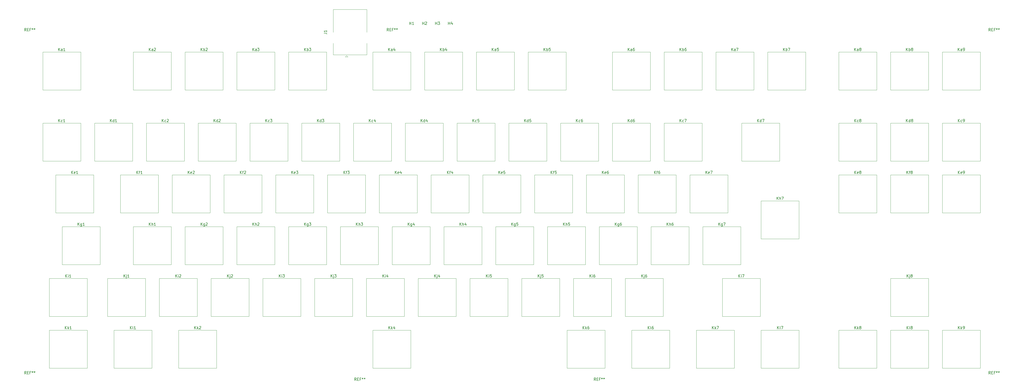
<source format=gto>
%TF.GenerationSoftware,KiCad,Pcbnew,(5.1.6)-1*%
%TF.CreationDate,2020-08-11T21:43:52+02:00*%
%TF.ProjectId,qosmosKbBIS,716f736d-6f73-44b6-9242-49532e6b6963,rev?*%
%TF.SameCoordinates,Original*%
%TF.FileFunction,Legend,Top*%
%TF.FilePolarity,Positive*%
%FSLAX46Y46*%
G04 Gerber Fmt 4.6, Leading zero omitted, Abs format (unit mm)*
G04 Created by KiCad (PCBNEW (5.1.6)-1) date 2020-08-11 21:43:52*
%MOMM*%
%LPD*%
G01*
G04 APERTURE LIST*
%ADD10C,0.120000*%
%ADD11C,0.150000*%
G04 APERTURE END LIST*
D10*
%TO.C,J1*%
X92595000Y-33006250D02*
X92595000Y-37266250D01*
X92595000Y-37266250D02*
X104915000Y-37266250D01*
X104915000Y-37266250D02*
X104915000Y-33006250D01*
X92595000Y-28906250D02*
X92595000Y-20546250D01*
X92595000Y-20546250D02*
X104915000Y-20546250D01*
X104915000Y-20546250D02*
X104915000Y-28906250D01*
X97505000Y-37486250D02*
X97005000Y-37986250D01*
X97005000Y-37986250D02*
X98005000Y-37986250D01*
X98005000Y-37986250D02*
X97505000Y-37486250D01*
%TO.C,Ke4*%
X109537500Y-95408750D02*
X109537500Y-81438750D01*
X123507500Y-95408750D02*
X109537500Y-95408750D01*
X123507500Y-81438750D02*
X123507500Y-95408750D01*
X109537500Y-81438750D02*
X123507500Y-81438750D01*
%TO.C,Kg2*%
X38100000Y-100488750D02*
X52070000Y-100488750D01*
X52070000Y-100488750D02*
X52070000Y-114458750D01*
X52070000Y-114458750D02*
X38100000Y-114458750D01*
X38100000Y-114458750D02*
X38100000Y-100488750D01*
%TO.C,Kf5*%
X166687500Y-95408750D02*
X166687500Y-81438750D01*
X180657500Y-95408750D02*
X166687500Y-95408750D01*
X180657500Y-81438750D02*
X180657500Y-95408750D01*
X166687500Y-81438750D02*
X180657500Y-81438750D01*
%TO.C,Kg1*%
X-7143750Y-114458750D02*
X-7143750Y-100488750D01*
X6826250Y-114458750D02*
X-7143750Y-114458750D01*
X6826250Y-100488750D02*
X6826250Y-114458750D01*
X-7143750Y-100488750D02*
X6826250Y-100488750D01*
%TO.C,Kg5*%
X152400000Y-100488750D02*
X166370000Y-100488750D01*
X166370000Y-100488750D02*
X166370000Y-114458750D01*
X166370000Y-114458750D02*
X152400000Y-114458750D01*
X152400000Y-114458750D02*
X152400000Y-100488750D01*
%TO.C,Kh2*%
X57150000Y-100488750D02*
X71120000Y-100488750D01*
X71120000Y-100488750D02*
X71120000Y-114458750D01*
X71120000Y-114458750D02*
X57150000Y-114458750D01*
X57150000Y-114458750D02*
X57150000Y-100488750D01*
%TO.C,Kh4*%
X133350000Y-114458750D02*
X133350000Y-100488750D01*
X147320000Y-114458750D02*
X133350000Y-114458750D01*
X147320000Y-100488750D02*
X147320000Y-114458750D01*
X133350000Y-100488750D02*
X147320000Y-100488750D01*
%TO.C,Ki1*%
X-11906250Y-119538750D02*
X2063750Y-119538750D01*
X2063750Y-119538750D02*
X2063750Y-133508750D01*
X2063750Y-133508750D02*
X-11906250Y-133508750D01*
X-11906250Y-133508750D02*
X-11906250Y-119538750D01*
%TO.C,Kh3*%
X95250000Y-114458750D02*
X95250000Y-100488750D01*
X109220000Y-114458750D02*
X95250000Y-114458750D01*
X109220000Y-100488750D02*
X109220000Y-114458750D01*
X95250000Y-100488750D02*
X109220000Y-100488750D01*
%TO.C,Ki3*%
X66675000Y-119538750D02*
X80645000Y-119538750D01*
X80645000Y-119538750D02*
X80645000Y-133508750D01*
X80645000Y-133508750D02*
X66675000Y-133508750D01*
X66675000Y-133508750D02*
X66675000Y-119538750D01*
%TO.C,Kg4*%
X114300000Y-114458750D02*
X114300000Y-100488750D01*
X128270000Y-114458750D02*
X114300000Y-114458750D01*
X128270000Y-100488750D02*
X128270000Y-114458750D01*
X114300000Y-100488750D02*
X128270000Y-100488750D01*
%TO.C,Kf6*%
X204787500Y-81438750D02*
X218757500Y-81438750D01*
X218757500Y-81438750D02*
X218757500Y-95408750D01*
X218757500Y-95408750D02*
X204787500Y-95408750D01*
X204787500Y-95408750D02*
X204787500Y-81438750D01*
%TO.C,Ki4*%
X104775000Y-133508750D02*
X104775000Y-119538750D01*
X118745000Y-133508750D02*
X104775000Y-133508750D01*
X118745000Y-119538750D02*
X118745000Y-133508750D01*
X104775000Y-119538750D02*
X118745000Y-119538750D01*
%TO.C,Kf1*%
X14287500Y-81438750D02*
X28257500Y-81438750D01*
X28257500Y-81438750D02*
X28257500Y-95408750D01*
X28257500Y-95408750D02*
X14287500Y-95408750D01*
X14287500Y-95408750D02*
X14287500Y-81438750D01*
%TO.C,Kf4*%
X128587500Y-95408750D02*
X128587500Y-81438750D01*
X142557500Y-95408750D02*
X128587500Y-95408750D01*
X142557500Y-81438750D02*
X142557500Y-95408750D01*
X128587500Y-81438750D02*
X142557500Y-81438750D01*
%TO.C,Kh1*%
X19050000Y-114458750D02*
X19050000Y-100488750D01*
X33020000Y-114458750D02*
X19050000Y-114458750D01*
X33020000Y-100488750D02*
X33020000Y-114458750D01*
X19050000Y-100488750D02*
X33020000Y-100488750D01*
%TO.C,Kg3*%
X76200000Y-114458750D02*
X76200000Y-100488750D01*
X90170000Y-114458750D02*
X76200000Y-114458750D01*
X90170000Y-100488750D02*
X90170000Y-114458750D01*
X76200000Y-100488750D02*
X90170000Y-100488750D01*
%TO.C,Ki5*%
X142875000Y-119538750D02*
X156845000Y-119538750D01*
X156845000Y-119538750D02*
X156845000Y-133508750D01*
X156845000Y-133508750D02*
X142875000Y-133508750D01*
X142875000Y-133508750D02*
X142875000Y-119538750D01*
%TO.C,Ki7*%
X235743750Y-133508750D02*
X235743750Y-119538750D01*
X249713750Y-133508750D02*
X235743750Y-133508750D01*
X249713750Y-119538750D02*
X249713750Y-133508750D01*
X235743750Y-119538750D02*
X249713750Y-119538750D01*
%TO.C,Kf3*%
X90487500Y-95408750D02*
X90487500Y-81438750D01*
X104457500Y-95408750D02*
X90487500Y-95408750D01*
X104457500Y-81438750D02*
X104457500Y-95408750D01*
X90487500Y-81438750D02*
X104457500Y-81438750D01*
%TO.C,Kh5*%
X171450000Y-100488750D02*
X185420000Y-100488750D01*
X185420000Y-100488750D02*
X185420000Y-114458750D01*
X185420000Y-114458750D02*
X171450000Y-114458750D01*
X171450000Y-114458750D02*
X171450000Y-100488750D01*
%TO.C,Kf8*%
X297656250Y-81438750D02*
X311626250Y-81438750D01*
X311626250Y-81438750D02*
X311626250Y-95408750D01*
X311626250Y-95408750D02*
X297656250Y-95408750D01*
X297656250Y-95408750D02*
X297656250Y-81438750D01*
%TO.C,Ke5*%
X147637500Y-81438750D02*
X161607500Y-81438750D01*
X161607500Y-81438750D02*
X161607500Y-95408750D01*
X161607500Y-95408750D02*
X147637500Y-95408750D01*
X147637500Y-95408750D02*
X147637500Y-81438750D01*
%TO.C,Ke8*%
X278606250Y-95408750D02*
X278606250Y-81438750D01*
X292576250Y-95408750D02*
X278606250Y-95408750D01*
X292576250Y-81438750D02*
X292576250Y-95408750D01*
X278606250Y-81438750D02*
X292576250Y-81438750D01*
%TO.C,Ke9*%
X316706250Y-81438750D02*
X330676250Y-81438750D01*
X330676250Y-81438750D02*
X330676250Y-95408750D01*
X330676250Y-95408750D02*
X316706250Y-95408750D01*
X316706250Y-95408750D02*
X316706250Y-81438750D01*
%TO.C,Ke2*%
X33337500Y-81438750D02*
X47307500Y-81438750D01*
X47307500Y-81438750D02*
X47307500Y-95408750D01*
X47307500Y-95408750D02*
X33337500Y-95408750D01*
X33337500Y-95408750D02*
X33337500Y-81438750D01*
%TO.C,Kg7*%
X228600000Y-114458750D02*
X228600000Y-100488750D01*
X242570000Y-114458750D02*
X228600000Y-114458750D01*
X242570000Y-100488750D02*
X242570000Y-114458750D01*
X228600000Y-100488750D02*
X242570000Y-100488750D01*
%TO.C,Kh7*%
X250031250Y-104933750D02*
X250031250Y-90963750D01*
X264001250Y-104933750D02*
X250031250Y-104933750D01*
X264001250Y-90963750D02*
X264001250Y-104933750D01*
X250031250Y-90963750D02*
X264001250Y-90963750D01*
%TO.C,Ke7*%
X223837500Y-95408750D02*
X223837500Y-81438750D01*
X237807500Y-95408750D02*
X223837500Y-95408750D01*
X237807500Y-81438750D02*
X237807500Y-95408750D01*
X223837500Y-81438750D02*
X237807500Y-81438750D01*
%TO.C,Ki2*%
X28575000Y-133508750D02*
X28575000Y-119538750D01*
X42545000Y-133508750D02*
X28575000Y-133508750D01*
X42545000Y-119538750D02*
X42545000Y-133508750D01*
X28575000Y-119538750D02*
X42545000Y-119538750D01*
%TO.C,Kh6*%
X209550000Y-100488750D02*
X223520000Y-100488750D01*
X223520000Y-100488750D02*
X223520000Y-114458750D01*
X223520000Y-114458750D02*
X209550000Y-114458750D01*
X209550000Y-114458750D02*
X209550000Y-100488750D01*
%TO.C,Ki6*%
X180975000Y-119538750D02*
X194945000Y-119538750D01*
X194945000Y-119538750D02*
X194945000Y-133508750D01*
X194945000Y-133508750D02*
X180975000Y-133508750D01*
X180975000Y-133508750D02*
X180975000Y-119538750D01*
%TO.C,Kg6*%
X190500000Y-114458750D02*
X190500000Y-100488750D01*
X204470000Y-114458750D02*
X190500000Y-114458750D01*
X204470000Y-100488750D02*
X204470000Y-114458750D01*
X190500000Y-100488750D02*
X204470000Y-100488750D01*
%TO.C,Ke6*%
X185737500Y-81438750D02*
X199707500Y-81438750D01*
X199707500Y-81438750D02*
X199707500Y-95408750D01*
X199707500Y-95408750D02*
X185737500Y-95408750D01*
X185737500Y-95408750D02*
X185737500Y-81438750D01*
%TO.C,Kf2*%
X52387500Y-95408750D02*
X52387500Y-81438750D01*
X66357500Y-95408750D02*
X52387500Y-95408750D01*
X66357500Y-81438750D02*
X66357500Y-95408750D01*
X52387500Y-81438750D02*
X66357500Y-81438750D01*
%TO.C,Ke3*%
X71437500Y-95408750D02*
X71437500Y-81438750D01*
X85407500Y-95408750D02*
X71437500Y-95408750D01*
X85407500Y-81438750D02*
X85407500Y-95408750D01*
X71437500Y-81438750D02*
X85407500Y-81438750D01*
%TO.C,Kl6*%
X202406250Y-138588750D02*
X216376250Y-138588750D01*
X216376250Y-138588750D02*
X216376250Y-152558750D01*
X216376250Y-152558750D02*
X202406250Y-152558750D01*
X202406250Y-152558750D02*
X202406250Y-138588750D01*
%TO.C,Kk8*%
X278606250Y-138588750D02*
X292576250Y-138588750D01*
X292576250Y-138588750D02*
X292576250Y-152558750D01*
X292576250Y-152558750D02*
X278606250Y-152558750D01*
X278606250Y-152558750D02*
X278606250Y-138588750D01*
%TO.C,Kk1*%
X-11906250Y-138588750D02*
X2063750Y-138588750D01*
X2063750Y-138588750D02*
X2063750Y-152558750D01*
X2063750Y-152558750D02*
X-11906250Y-152558750D01*
X-11906250Y-152558750D02*
X-11906250Y-138588750D01*
%TO.C,Kj5*%
X161925000Y-119538750D02*
X175895000Y-119538750D01*
X175895000Y-119538750D02*
X175895000Y-133508750D01*
X175895000Y-133508750D02*
X161925000Y-133508750D01*
X161925000Y-133508750D02*
X161925000Y-119538750D01*
%TO.C,Kl7*%
X250031250Y-152558750D02*
X250031250Y-138588750D01*
X264001250Y-152558750D02*
X250031250Y-152558750D01*
X264001250Y-138588750D02*
X264001250Y-152558750D01*
X250031250Y-138588750D02*
X264001250Y-138588750D01*
%TO.C,Kj3*%
X85725000Y-133508750D02*
X85725000Y-119538750D01*
X99695000Y-133508750D02*
X85725000Y-133508750D01*
X99695000Y-119538750D02*
X99695000Y-133508750D01*
X85725000Y-119538750D02*
X99695000Y-119538750D01*
%TO.C,Kj2*%
X47625000Y-119538750D02*
X61595000Y-119538750D01*
X61595000Y-119538750D02*
X61595000Y-133508750D01*
X61595000Y-133508750D02*
X47625000Y-133508750D01*
X47625000Y-133508750D02*
X47625000Y-119538750D01*
%TO.C,Kj6*%
X200025000Y-119538750D02*
X213995000Y-119538750D01*
X213995000Y-119538750D02*
X213995000Y-133508750D01*
X213995000Y-133508750D02*
X200025000Y-133508750D01*
X200025000Y-133508750D02*
X200025000Y-119538750D01*
%TO.C,Kl8*%
X297656250Y-152558750D02*
X297656250Y-138588750D01*
X311626250Y-152558750D02*
X297656250Y-152558750D01*
X311626250Y-138588750D02*
X311626250Y-152558750D01*
X297656250Y-138588750D02*
X311626250Y-138588750D01*
%TO.C,Kj4*%
X123825000Y-133508750D02*
X123825000Y-119538750D01*
X137795000Y-133508750D02*
X123825000Y-133508750D01*
X137795000Y-119538750D02*
X137795000Y-133508750D01*
X123825000Y-119538750D02*
X137795000Y-119538750D01*
%TO.C,Kk7*%
X226218750Y-152558750D02*
X226218750Y-138588750D01*
X240188750Y-152558750D02*
X226218750Y-152558750D01*
X240188750Y-138588750D02*
X240188750Y-152558750D01*
X226218750Y-138588750D02*
X240188750Y-138588750D01*
%TO.C,Kk6*%
X178593750Y-152558750D02*
X178593750Y-138588750D01*
X192563750Y-152558750D02*
X178593750Y-152558750D01*
X192563750Y-138588750D02*
X192563750Y-152558750D01*
X178593750Y-138588750D02*
X192563750Y-138588750D01*
%TO.C,Kj8*%
X297656250Y-119538750D02*
X311626250Y-119538750D01*
X311626250Y-119538750D02*
X311626250Y-133508750D01*
X311626250Y-133508750D02*
X297656250Y-133508750D01*
X297656250Y-133508750D02*
X297656250Y-119538750D01*
%TO.C,Kk2*%
X35718750Y-138588750D02*
X49688750Y-138588750D01*
X49688750Y-138588750D02*
X49688750Y-152558750D01*
X49688750Y-152558750D02*
X35718750Y-152558750D01*
X35718750Y-152558750D02*
X35718750Y-138588750D01*
%TO.C,Kk9*%
X316706250Y-152558750D02*
X316706250Y-138588750D01*
X330676250Y-152558750D02*
X316706250Y-152558750D01*
X330676250Y-138588750D02*
X330676250Y-152558750D01*
X316706250Y-138588750D02*
X330676250Y-138588750D01*
%TO.C,Kl1*%
X11906250Y-152558750D02*
X11906250Y-138588750D01*
X25876250Y-152558750D02*
X11906250Y-152558750D01*
X25876250Y-138588750D02*
X25876250Y-152558750D01*
X11906250Y-138588750D02*
X25876250Y-138588750D01*
%TO.C,Kj1*%
X9525000Y-133508750D02*
X9525000Y-119538750D01*
X23495000Y-133508750D02*
X9525000Y-133508750D01*
X23495000Y-119538750D02*
X23495000Y-133508750D01*
X9525000Y-119538750D02*
X23495000Y-119538750D01*
%TO.C,Kk4*%
X107156250Y-152558750D02*
X107156250Y-138588750D01*
X121126250Y-152558750D02*
X107156250Y-152558750D01*
X121126250Y-138588750D02*
X121126250Y-152558750D01*
X107156250Y-138588750D02*
X121126250Y-138588750D01*
%TO.C,Ka4*%
X107156250Y-36195000D02*
X121126250Y-36195000D01*
X121126250Y-36195000D02*
X121126250Y-50165000D01*
X121126250Y-50165000D02*
X107156250Y-50165000D01*
X107156250Y-50165000D02*
X107156250Y-36195000D01*
%TO.C,Ka5*%
X145256250Y-36195000D02*
X159226250Y-36195000D01*
X159226250Y-36195000D02*
X159226250Y-50165000D01*
X159226250Y-50165000D02*
X145256250Y-50165000D01*
X145256250Y-50165000D02*
X145256250Y-36195000D01*
%TO.C,Ka7*%
X233362500Y-36195000D02*
X247332500Y-36195000D01*
X247332500Y-36195000D02*
X247332500Y-50165000D01*
X247332500Y-50165000D02*
X233362500Y-50165000D01*
X233362500Y-50165000D02*
X233362500Y-36195000D01*
%TO.C,Ka8*%
X278606250Y-50165000D02*
X278606250Y-36195000D01*
X292576250Y-50165000D02*
X278606250Y-50165000D01*
X292576250Y-36195000D02*
X292576250Y-50165000D01*
X278606250Y-36195000D02*
X292576250Y-36195000D01*
%TO.C,Ka9*%
X316706250Y-50165000D02*
X316706250Y-36195000D01*
X330676250Y-50165000D02*
X316706250Y-50165000D01*
X330676250Y-36195000D02*
X330676250Y-50165000D01*
X316706250Y-36195000D02*
X330676250Y-36195000D01*
%TO.C,Kb2*%
X38100000Y-50165000D02*
X38100000Y-36195000D01*
X52070000Y-50165000D02*
X38100000Y-50165000D01*
X52070000Y-36195000D02*
X52070000Y-50165000D01*
X38100000Y-36195000D02*
X52070000Y-36195000D01*
%TO.C,Kb3*%
X76200000Y-50165000D02*
X76200000Y-36195000D01*
X90170000Y-50165000D02*
X76200000Y-50165000D01*
X90170000Y-36195000D02*
X90170000Y-50165000D01*
X76200000Y-36195000D02*
X90170000Y-36195000D01*
%TO.C,Ka6*%
X195262500Y-36195000D02*
X209232500Y-36195000D01*
X209232500Y-36195000D02*
X209232500Y-50165000D01*
X209232500Y-50165000D02*
X195262500Y-50165000D01*
X195262500Y-50165000D02*
X195262500Y-36195000D01*
%TO.C,Kb4*%
X126206250Y-36195000D02*
X140176250Y-36195000D01*
X140176250Y-36195000D02*
X140176250Y-50165000D01*
X140176250Y-50165000D02*
X126206250Y-50165000D01*
X126206250Y-50165000D02*
X126206250Y-36195000D01*
%TO.C,Kb5*%
X164306250Y-36195000D02*
X178276250Y-36195000D01*
X178276250Y-36195000D02*
X178276250Y-50165000D01*
X178276250Y-50165000D02*
X164306250Y-50165000D01*
X164306250Y-50165000D02*
X164306250Y-36195000D01*
%TO.C,Ka1*%
X-14287500Y-50165000D02*
X-14287500Y-36195000D01*
X-317500Y-50165000D02*
X-14287500Y-50165000D01*
X-317500Y-36195000D02*
X-317500Y-50165000D01*
X-14287500Y-36195000D02*
X-317500Y-36195000D01*
%TO.C,Kb6*%
X214312500Y-50165000D02*
X214312500Y-36195000D01*
X228282500Y-50165000D02*
X214312500Y-50165000D01*
X228282500Y-36195000D02*
X228282500Y-50165000D01*
X214312500Y-36195000D02*
X228282500Y-36195000D01*
%TO.C,Ka2*%
X19050000Y-36195000D02*
X33020000Y-36195000D01*
X33020000Y-36195000D02*
X33020000Y-50165000D01*
X33020000Y-50165000D02*
X19050000Y-50165000D01*
X19050000Y-50165000D02*
X19050000Y-36195000D01*
%TO.C,Kb8*%
X297656250Y-50165000D02*
X297656250Y-36195000D01*
X311626250Y-50165000D02*
X297656250Y-50165000D01*
X311626250Y-36195000D02*
X311626250Y-50165000D01*
X297656250Y-36195000D02*
X311626250Y-36195000D01*
%TO.C,Kb7*%
X252412500Y-50165000D02*
X252412500Y-36195000D01*
X266382500Y-50165000D02*
X252412500Y-50165000D01*
X266382500Y-36195000D02*
X266382500Y-50165000D01*
X252412500Y-36195000D02*
X266382500Y-36195000D01*
%TO.C,Ka3*%
X57150000Y-50165000D02*
X57150000Y-36195000D01*
X71120000Y-50165000D02*
X57150000Y-50165000D01*
X71120000Y-36195000D02*
X71120000Y-50165000D01*
X57150000Y-36195000D02*
X71120000Y-36195000D01*
%TO.C,Kc1*%
X-14287500Y-76358750D02*
X-14287500Y-62388750D01*
X-317500Y-76358750D02*
X-14287500Y-76358750D01*
X-317500Y-62388750D02*
X-317500Y-76358750D01*
X-14287500Y-62388750D02*
X-317500Y-62388750D01*
%TO.C,Kd7*%
X242887500Y-76358750D02*
X242887500Y-62388750D01*
X256857500Y-76358750D02*
X242887500Y-76358750D01*
X256857500Y-62388750D02*
X256857500Y-76358750D01*
X242887500Y-62388750D02*
X256857500Y-62388750D01*
%TO.C,Kc2*%
X23812500Y-62388750D02*
X37782500Y-62388750D01*
X37782500Y-62388750D02*
X37782500Y-76358750D01*
X37782500Y-76358750D02*
X23812500Y-76358750D01*
X23812500Y-76358750D02*
X23812500Y-62388750D01*
%TO.C,Kd4*%
X119062500Y-76358750D02*
X119062500Y-62388750D01*
X133032500Y-76358750D02*
X119062500Y-76358750D01*
X133032500Y-62388750D02*
X133032500Y-76358750D01*
X119062500Y-62388750D02*
X133032500Y-62388750D01*
%TO.C,Kd6*%
X195262500Y-62388750D02*
X209232500Y-62388750D01*
X209232500Y-62388750D02*
X209232500Y-76358750D01*
X209232500Y-76358750D02*
X195262500Y-76358750D01*
X195262500Y-76358750D02*
X195262500Y-62388750D01*
%TO.C,Kc6*%
X176212500Y-62388750D02*
X190182500Y-62388750D01*
X190182500Y-62388750D02*
X190182500Y-76358750D01*
X190182500Y-76358750D02*
X176212500Y-76358750D01*
X176212500Y-76358750D02*
X176212500Y-62388750D01*
%TO.C,Kc9*%
X316706250Y-62388750D02*
X330676250Y-62388750D01*
X330676250Y-62388750D02*
X330676250Y-76358750D01*
X330676250Y-76358750D02*
X316706250Y-76358750D01*
X316706250Y-76358750D02*
X316706250Y-62388750D01*
%TO.C,Kd3*%
X80962500Y-76358750D02*
X80962500Y-62388750D01*
X94932500Y-76358750D02*
X80962500Y-76358750D01*
X94932500Y-62388750D02*
X94932500Y-76358750D01*
X80962500Y-62388750D02*
X94932500Y-62388750D01*
%TO.C,Kd5*%
X157162500Y-62388750D02*
X171132500Y-62388750D01*
X171132500Y-62388750D02*
X171132500Y-76358750D01*
X171132500Y-76358750D02*
X157162500Y-76358750D01*
X157162500Y-76358750D02*
X157162500Y-62388750D01*
%TO.C,Kd2*%
X42862500Y-76358750D02*
X42862500Y-62388750D01*
X56832500Y-76358750D02*
X42862500Y-76358750D01*
X56832500Y-62388750D02*
X56832500Y-76358750D01*
X42862500Y-62388750D02*
X56832500Y-62388750D01*
%TO.C,Kd8*%
X297656250Y-62388750D02*
X311626250Y-62388750D01*
X311626250Y-62388750D02*
X311626250Y-76358750D01*
X311626250Y-76358750D02*
X297656250Y-76358750D01*
X297656250Y-76358750D02*
X297656250Y-62388750D01*
%TO.C,Ke1*%
X-9525000Y-95408750D02*
X-9525000Y-81438750D01*
X4445000Y-95408750D02*
X-9525000Y-95408750D01*
X4445000Y-81438750D02*
X4445000Y-95408750D01*
X-9525000Y-81438750D02*
X4445000Y-81438750D01*
%TO.C,Kc3*%
X61912500Y-76358750D02*
X61912500Y-62388750D01*
X75882500Y-76358750D02*
X61912500Y-76358750D01*
X75882500Y-62388750D02*
X75882500Y-76358750D01*
X61912500Y-62388750D02*
X75882500Y-62388750D01*
%TO.C,Kc7*%
X214312500Y-62388750D02*
X228282500Y-62388750D01*
X228282500Y-62388750D02*
X228282500Y-76358750D01*
X228282500Y-76358750D02*
X214312500Y-76358750D01*
X214312500Y-76358750D02*
X214312500Y-62388750D01*
%TO.C,Kc4*%
X100012500Y-76358750D02*
X100012500Y-62388750D01*
X113982500Y-76358750D02*
X100012500Y-76358750D01*
X113982500Y-62388750D02*
X113982500Y-76358750D01*
X100012500Y-62388750D02*
X113982500Y-62388750D01*
%TO.C,Kc5*%
X138112500Y-62388750D02*
X152082500Y-62388750D01*
X152082500Y-62388750D02*
X152082500Y-76358750D01*
X152082500Y-76358750D02*
X138112500Y-76358750D01*
X138112500Y-76358750D02*
X138112500Y-62388750D01*
%TO.C,Kc8*%
X278606250Y-62388750D02*
X292576250Y-62388750D01*
X292576250Y-62388750D02*
X292576250Y-76358750D01*
X292576250Y-76358750D02*
X278606250Y-76358750D01*
X278606250Y-76358750D02*
X278606250Y-62388750D01*
%TO.C,Kd1*%
X4762500Y-62388750D02*
X18732500Y-62388750D01*
X18732500Y-62388750D02*
X18732500Y-76358750D01*
X18732500Y-76358750D02*
X4762500Y-76358750D01*
X4762500Y-76358750D02*
X4762500Y-62388750D01*
%TO.C,J1*%
D11*
X89187380Y-29239583D02*
X89901666Y-29239583D01*
X90044523Y-29287202D01*
X90139761Y-29382440D01*
X90187380Y-29525297D01*
X90187380Y-29620535D01*
X90187380Y-28239583D02*
X90187380Y-28811011D01*
X90187380Y-28525297D02*
X89187380Y-28525297D01*
X89330238Y-28620535D01*
X89425476Y-28715773D01*
X89473095Y-28811011D01*
%TO.C,Ke4*%
X115355833Y-81002130D02*
X115355833Y-80002130D01*
X115927261Y-81002130D02*
X115498690Y-80430702D01*
X115927261Y-80002130D02*
X115355833Y-80573559D01*
X116736785Y-80954511D02*
X116641547Y-81002130D01*
X116451071Y-81002130D01*
X116355833Y-80954511D01*
X116308214Y-80859273D01*
X116308214Y-80478321D01*
X116355833Y-80383083D01*
X116451071Y-80335464D01*
X116641547Y-80335464D01*
X116736785Y-80383083D01*
X116784404Y-80478321D01*
X116784404Y-80573559D01*
X116308214Y-80668797D01*
X117641547Y-80335464D02*
X117641547Y-81002130D01*
X117403452Y-79954511D02*
X117165357Y-80668797D01*
X117784404Y-80668797D01*
%TO.C,Kg2*%
X43894523Y-100052130D02*
X43894523Y-99052130D01*
X44465952Y-100052130D02*
X44037380Y-99480702D01*
X44465952Y-99052130D02*
X43894523Y-99623559D01*
X45323095Y-99385464D02*
X45323095Y-100194988D01*
X45275476Y-100290226D01*
X45227857Y-100337845D01*
X45132619Y-100385464D01*
X44989761Y-100385464D01*
X44894523Y-100337845D01*
X45323095Y-100004511D02*
X45227857Y-100052130D01*
X45037380Y-100052130D01*
X44942142Y-100004511D01*
X44894523Y-99956892D01*
X44846904Y-99861654D01*
X44846904Y-99575940D01*
X44894523Y-99480702D01*
X44942142Y-99433083D01*
X45037380Y-99385464D01*
X45227857Y-99385464D01*
X45323095Y-99433083D01*
X45751666Y-99147369D02*
X45799285Y-99099750D01*
X45894523Y-99052130D01*
X46132619Y-99052130D01*
X46227857Y-99099750D01*
X46275476Y-99147369D01*
X46323095Y-99242607D01*
X46323095Y-99337845D01*
X46275476Y-99480702D01*
X45704047Y-100052130D01*
X46323095Y-100052130D01*
%TO.C,Kf5*%
X172648690Y-81002130D02*
X172648690Y-80002130D01*
X173220119Y-81002130D02*
X172791547Y-80430702D01*
X173220119Y-80002130D02*
X172648690Y-80573559D01*
X173505833Y-80335464D02*
X173886785Y-80335464D01*
X173648690Y-81002130D02*
X173648690Y-80144988D01*
X173696309Y-80049750D01*
X173791547Y-80002130D01*
X173886785Y-80002130D01*
X174696309Y-80002130D02*
X174220119Y-80002130D01*
X174172500Y-80478321D01*
X174220119Y-80430702D01*
X174315357Y-80383083D01*
X174553452Y-80383083D01*
X174648690Y-80430702D01*
X174696309Y-80478321D01*
X174743928Y-80573559D01*
X174743928Y-80811654D01*
X174696309Y-80906892D01*
X174648690Y-80954511D01*
X174553452Y-81002130D01*
X174315357Y-81002130D01*
X174220119Y-80954511D01*
X174172500Y-80906892D01*
%TO.C,Kg1*%
X-1349226Y-100052130D02*
X-1349226Y-99052130D01*
X-777797Y-100052130D02*
X-1206369Y-99480702D01*
X-777797Y-99052130D02*
X-1349226Y-99623559D01*
X79345Y-99385464D02*
X79345Y-100194988D01*
X31726Y-100290226D01*
X-15892Y-100337845D01*
X-111130Y-100385464D01*
X-253988Y-100385464D01*
X-349226Y-100337845D01*
X79345Y-100004511D02*
X-15892Y-100052130D01*
X-206369Y-100052130D01*
X-301607Y-100004511D01*
X-349226Y-99956892D01*
X-396845Y-99861654D01*
X-396845Y-99575940D01*
X-349226Y-99480702D01*
X-301607Y-99433083D01*
X-206369Y-99385464D01*
X-15892Y-99385464D01*
X79345Y-99433083D01*
X1079345Y-100052130D02*
X507916Y-100052130D01*
X793630Y-100052130D02*
X793630Y-99052130D01*
X698392Y-99194988D01*
X603154Y-99290226D01*
X507916Y-99337845D01*
%TO.C,Kg5*%
X158194523Y-100052130D02*
X158194523Y-99052130D01*
X158765952Y-100052130D02*
X158337380Y-99480702D01*
X158765952Y-99052130D02*
X158194523Y-99623559D01*
X159623095Y-99385464D02*
X159623095Y-100194988D01*
X159575476Y-100290226D01*
X159527857Y-100337845D01*
X159432619Y-100385464D01*
X159289761Y-100385464D01*
X159194523Y-100337845D01*
X159623095Y-100004511D02*
X159527857Y-100052130D01*
X159337380Y-100052130D01*
X159242142Y-100004511D01*
X159194523Y-99956892D01*
X159146904Y-99861654D01*
X159146904Y-99575940D01*
X159194523Y-99480702D01*
X159242142Y-99433083D01*
X159337380Y-99385464D01*
X159527857Y-99385464D01*
X159623095Y-99433083D01*
X160575476Y-99052130D02*
X160099285Y-99052130D01*
X160051666Y-99528321D01*
X160099285Y-99480702D01*
X160194523Y-99433083D01*
X160432619Y-99433083D01*
X160527857Y-99480702D01*
X160575476Y-99528321D01*
X160623095Y-99623559D01*
X160623095Y-99861654D01*
X160575476Y-99956892D01*
X160527857Y-100004511D01*
X160432619Y-100052130D01*
X160194523Y-100052130D01*
X160099285Y-100004511D01*
X160051666Y-99956892D01*
%TO.C,Kh2*%
X62944523Y-100052130D02*
X62944523Y-99052130D01*
X63515952Y-100052130D02*
X63087380Y-99480702D01*
X63515952Y-99052130D02*
X62944523Y-99623559D01*
X63944523Y-100052130D02*
X63944523Y-99052130D01*
X64373095Y-100052130D02*
X64373095Y-99528321D01*
X64325476Y-99433083D01*
X64230238Y-99385464D01*
X64087380Y-99385464D01*
X63992142Y-99433083D01*
X63944523Y-99480702D01*
X64801666Y-99147369D02*
X64849285Y-99099750D01*
X64944523Y-99052130D01*
X65182619Y-99052130D01*
X65277857Y-99099750D01*
X65325476Y-99147369D01*
X65373095Y-99242607D01*
X65373095Y-99337845D01*
X65325476Y-99480702D01*
X64754047Y-100052130D01*
X65373095Y-100052130D01*
%TO.C,Kh4*%
X139144523Y-100052130D02*
X139144523Y-99052130D01*
X139715952Y-100052130D02*
X139287380Y-99480702D01*
X139715952Y-99052130D02*
X139144523Y-99623559D01*
X140144523Y-100052130D02*
X140144523Y-99052130D01*
X140573095Y-100052130D02*
X140573095Y-99528321D01*
X140525476Y-99433083D01*
X140430238Y-99385464D01*
X140287380Y-99385464D01*
X140192142Y-99433083D01*
X140144523Y-99480702D01*
X141477857Y-99385464D02*
X141477857Y-100052130D01*
X141239761Y-99004511D02*
X141001666Y-99718797D01*
X141620714Y-99718797D01*
%TO.C,Ki1*%
X-5897440Y-119102130D02*
X-5897440Y-118102130D01*
X-5326011Y-119102130D02*
X-5754583Y-118530702D01*
X-5326011Y-118102130D02*
X-5897440Y-118673559D01*
X-4897440Y-119102130D02*
X-4897440Y-118435464D01*
X-4897440Y-118102130D02*
X-4945059Y-118149750D01*
X-4897440Y-118197369D01*
X-4849821Y-118149750D01*
X-4897440Y-118102130D01*
X-4897440Y-118197369D01*
X-3897440Y-119102130D02*
X-4468869Y-119102130D01*
X-4183154Y-119102130D02*
X-4183154Y-118102130D01*
X-4278392Y-118244988D01*
X-4373630Y-118340226D01*
X-4468869Y-118387845D01*
%TO.C,Kh3*%
X101044523Y-100052130D02*
X101044523Y-99052130D01*
X101615952Y-100052130D02*
X101187380Y-99480702D01*
X101615952Y-99052130D02*
X101044523Y-99623559D01*
X102044523Y-100052130D02*
X102044523Y-99052130D01*
X102473095Y-100052130D02*
X102473095Y-99528321D01*
X102425476Y-99433083D01*
X102330238Y-99385464D01*
X102187380Y-99385464D01*
X102092142Y-99433083D01*
X102044523Y-99480702D01*
X102854047Y-99052130D02*
X103473095Y-99052130D01*
X103139761Y-99433083D01*
X103282619Y-99433083D01*
X103377857Y-99480702D01*
X103425476Y-99528321D01*
X103473095Y-99623559D01*
X103473095Y-99861654D01*
X103425476Y-99956892D01*
X103377857Y-100004511D01*
X103282619Y-100052130D01*
X102996904Y-100052130D01*
X102901666Y-100004511D01*
X102854047Y-99956892D01*
%TO.C,Ki3*%
X72683809Y-119102130D02*
X72683809Y-118102130D01*
X73255238Y-119102130D02*
X72826666Y-118530702D01*
X73255238Y-118102130D02*
X72683809Y-118673559D01*
X73683809Y-119102130D02*
X73683809Y-118435464D01*
X73683809Y-118102130D02*
X73636190Y-118149750D01*
X73683809Y-118197369D01*
X73731428Y-118149750D01*
X73683809Y-118102130D01*
X73683809Y-118197369D01*
X74064761Y-118102130D02*
X74683809Y-118102130D01*
X74350476Y-118483083D01*
X74493333Y-118483083D01*
X74588571Y-118530702D01*
X74636190Y-118578321D01*
X74683809Y-118673559D01*
X74683809Y-118911654D01*
X74636190Y-119006892D01*
X74588571Y-119054511D01*
X74493333Y-119102130D01*
X74207619Y-119102130D01*
X74112380Y-119054511D01*
X74064761Y-119006892D01*
%TO.C,Kg4*%
X120094523Y-100052130D02*
X120094523Y-99052130D01*
X120665952Y-100052130D02*
X120237380Y-99480702D01*
X120665952Y-99052130D02*
X120094523Y-99623559D01*
X121523095Y-99385464D02*
X121523095Y-100194988D01*
X121475476Y-100290226D01*
X121427857Y-100337845D01*
X121332619Y-100385464D01*
X121189761Y-100385464D01*
X121094523Y-100337845D01*
X121523095Y-100004511D02*
X121427857Y-100052130D01*
X121237380Y-100052130D01*
X121142142Y-100004511D01*
X121094523Y-99956892D01*
X121046904Y-99861654D01*
X121046904Y-99575940D01*
X121094523Y-99480702D01*
X121142142Y-99433083D01*
X121237380Y-99385464D01*
X121427857Y-99385464D01*
X121523095Y-99433083D01*
X122427857Y-99385464D02*
X122427857Y-100052130D01*
X122189761Y-99004511D02*
X121951666Y-99718797D01*
X122570714Y-99718797D01*
%TO.C,Kf6*%
X210748690Y-81002130D02*
X210748690Y-80002130D01*
X211320119Y-81002130D02*
X210891547Y-80430702D01*
X211320119Y-80002130D02*
X210748690Y-80573559D01*
X211605833Y-80335464D02*
X211986785Y-80335464D01*
X211748690Y-81002130D02*
X211748690Y-80144988D01*
X211796309Y-80049750D01*
X211891547Y-80002130D01*
X211986785Y-80002130D01*
X212748690Y-80002130D02*
X212558214Y-80002130D01*
X212462976Y-80049750D01*
X212415357Y-80097369D01*
X212320119Y-80240226D01*
X212272500Y-80430702D01*
X212272500Y-80811654D01*
X212320119Y-80906892D01*
X212367738Y-80954511D01*
X212462976Y-81002130D01*
X212653452Y-81002130D01*
X212748690Y-80954511D01*
X212796309Y-80906892D01*
X212843928Y-80811654D01*
X212843928Y-80573559D01*
X212796309Y-80478321D01*
X212748690Y-80430702D01*
X212653452Y-80383083D01*
X212462976Y-80383083D01*
X212367738Y-80430702D01*
X212320119Y-80478321D01*
X212272500Y-80573559D01*
%TO.C,Ki4*%
X110783809Y-119102130D02*
X110783809Y-118102130D01*
X111355238Y-119102130D02*
X110926666Y-118530702D01*
X111355238Y-118102130D02*
X110783809Y-118673559D01*
X111783809Y-119102130D02*
X111783809Y-118435464D01*
X111783809Y-118102130D02*
X111736190Y-118149750D01*
X111783809Y-118197369D01*
X111831428Y-118149750D01*
X111783809Y-118102130D01*
X111783809Y-118197369D01*
X112688571Y-118435464D02*
X112688571Y-119102130D01*
X112450476Y-118054511D02*
X112212380Y-118768797D01*
X112831428Y-118768797D01*
%TO.C,Kf1*%
X20248690Y-81002130D02*
X20248690Y-80002130D01*
X20820119Y-81002130D02*
X20391547Y-80430702D01*
X20820119Y-80002130D02*
X20248690Y-80573559D01*
X21105833Y-80335464D02*
X21486785Y-80335464D01*
X21248690Y-81002130D02*
X21248690Y-80144988D01*
X21296309Y-80049750D01*
X21391547Y-80002130D01*
X21486785Y-80002130D01*
X22343928Y-81002130D02*
X21772500Y-81002130D01*
X22058214Y-81002130D02*
X22058214Y-80002130D01*
X21962976Y-80144988D01*
X21867738Y-80240226D01*
X21772500Y-80287845D01*
%TO.C,Kf4*%
X134548690Y-81002130D02*
X134548690Y-80002130D01*
X135120119Y-81002130D02*
X134691547Y-80430702D01*
X135120119Y-80002130D02*
X134548690Y-80573559D01*
X135405833Y-80335464D02*
X135786785Y-80335464D01*
X135548690Y-81002130D02*
X135548690Y-80144988D01*
X135596309Y-80049750D01*
X135691547Y-80002130D01*
X135786785Y-80002130D01*
X136548690Y-80335464D02*
X136548690Y-81002130D01*
X136310595Y-79954511D02*
X136072500Y-80668797D01*
X136691547Y-80668797D01*
%TO.C,Kh1*%
X24844523Y-100052130D02*
X24844523Y-99052130D01*
X25415952Y-100052130D02*
X24987380Y-99480702D01*
X25415952Y-99052130D02*
X24844523Y-99623559D01*
X25844523Y-100052130D02*
X25844523Y-99052130D01*
X26273095Y-100052130D02*
X26273095Y-99528321D01*
X26225476Y-99433083D01*
X26130238Y-99385464D01*
X25987380Y-99385464D01*
X25892142Y-99433083D01*
X25844523Y-99480702D01*
X27273095Y-100052130D02*
X26701666Y-100052130D01*
X26987380Y-100052130D02*
X26987380Y-99052130D01*
X26892142Y-99194988D01*
X26796904Y-99290226D01*
X26701666Y-99337845D01*
%TO.C,Kg3*%
X81994523Y-100052130D02*
X81994523Y-99052130D01*
X82565952Y-100052130D02*
X82137380Y-99480702D01*
X82565952Y-99052130D02*
X81994523Y-99623559D01*
X83423095Y-99385464D02*
X83423095Y-100194988D01*
X83375476Y-100290226D01*
X83327857Y-100337845D01*
X83232619Y-100385464D01*
X83089761Y-100385464D01*
X82994523Y-100337845D01*
X83423095Y-100004511D02*
X83327857Y-100052130D01*
X83137380Y-100052130D01*
X83042142Y-100004511D01*
X82994523Y-99956892D01*
X82946904Y-99861654D01*
X82946904Y-99575940D01*
X82994523Y-99480702D01*
X83042142Y-99433083D01*
X83137380Y-99385464D01*
X83327857Y-99385464D01*
X83423095Y-99433083D01*
X83804047Y-99052130D02*
X84423095Y-99052130D01*
X84089761Y-99433083D01*
X84232619Y-99433083D01*
X84327857Y-99480702D01*
X84375476Y-99528321D01*
X84423095Y-99623559D01*
X84423095Y-99861654D01*
X84375476Y-99956892D01*
X84327857Y-100004511D01*
X84232619Y-100052130D01*
X83946904Y-100052130D01*
X83851666Y-100004511D01*
X83804047Y-99956892D01*
%TO.C,Ki5*%
X148883809Y-119102130D02*
X148883809Y-118102130D01*
X149455238Y-119102130D02*
X149026666Y-118530702D01*
X149455238Y-118102130D02*
X148883809Y-118673559D01*
X149883809Y-119102130D02*
X149883809Y-118435464D01*
X149883809Y-118102130D02*
X149836190Y-118149750D01*
X149883809Y-118197369D01*
X149931428Y-118149750D01*
X149883809Y-118102130D01*
X149883809Y-118197369D01*
X150836190Y-118102130D02*
X150360000Y-118102130D01*
X150312380Y-118578321D01*
X150360000Y-118530702D01*
X150455238Y-118483083D01*
X150693333Y-118483083D01*
X150788571Y-118530702D01*
X150836190Y-118578321D01*
X150883809Y-118673559D01*
X150883809Y-118911654D01*
X150836190Y-119006892D01*
X150788571Y-119054511D01*
X150693333Y-119102130D01*
X150455238Y-119102130D01*
X150360000Y-119054511D01*
X150312380Y-119006892D01*
%TO.C,Ki7*%
X241752559Y-119102130D02*
X241752559Y-118102130D01*
X242323988Y-119102130D02*
X241895416Y-118530702D01*
X242323988Y-118102130D02*
X241752559Y-118673559D01*
X242752559Y-119102130D02*
X242752559Y-118435464D01*
X242752559Y-118102130D02*
X242704940Y-118149750D01*
X242752559Y-118197369D01*
X242800178Y-118149750D01*
X242752559Y-118102130D01*
X242752559Y-118197369D01*
X243133511Y-118102130D02*
X243800178Y-118102130D01*
X243371607Y-119102130D01*
%TO.C,Kf3*%
X96448690Y-81002130D02*
X96448690Y-80002130D01*
X97020119Y-81002130D02*
X96591547Y-80430702D01*
X97020119Y-80002130D02*
X96448690Y-80573559D01*
X97305833Y-80335464D02*
X97686785Y-80335464D01*
X97448690Y-81002130D02*
X97448690Y-80144988D01*
X97496309Y-80049750D01*
X97591547Y-80002130D01*
X97686785Y-80002130D01*
X97924880Y-80002130D02*
X98543928Y-80002130D01*
X98210595Y-80383083D01*
X98353452Y-80383083D01*
X98448690Y-80430702D01*
X98496309Y-80478321D01*
X98543928Y-80573559D01*
X98543928Y-80811654D01*
X98496309Y-80906892D01*
X98448690Y-80954511D01*
X98353452Y-81002130D01*
X98067738Y-81002130D01*
X97972500Y-80954511D01*
X97924880Y-80906892D01*
%TO.C,Kh5*%
X177244523Y-100052130D02*
X177244523Y-99052130D01*
X177815952Y-100052130D02*
X177387380Y-99480702D01*
X177815952Y-99052130D02*
X177244523Y-99623559D01*
X178244523Y-100052130D02*
X178244523Y-99052130D01*
X178673095Y-100052130D02*
X178673095Y-99528321D01*
X178625476Y-99433083D01*
X178530238Y-99385464D01*
X178387380Y-99385464D01*
X178292142Y-99433083D01*
X178244523Y-99480702D01*
X179625476Y-99052130D02*
X179149285Y-99052130D01*
X179101666Y-99528321D01*
X179149285Y-99480702D01*
X179244523Y-99433083D01*
X179482619Y-99433083D01*
X179577857Y-99480702D01*
X179625476Y-99528321D01*
X179673095Y-99623559D01*
X179673095Y-99861654D01*
X179625476Y-99956892D01*
X179577857Y-100004511D01*
X179482619Y-100052130D01*
X179244523Y-100052130D01*
X179149285Y-100004511D01*
X179101666Y-99956892D01*
%TO.C,Kf8*%
X303617440Y-81002130D02*
X303617440Y-80002130D01*
X304188869Y-81002130D02*
X303760297Y-80430702D01*
X304188869Y-80002130D02*
X303617440Y-80573559D01*
X304474583Y-80335464D02*
X304855535Y-80335464D01*
X304617440Y-81002130D02*
X304617440Y-80144988D01*
X304665059Y-80049750D01*
X304760297Y-80002130D01*
X304855535Y-80002130D01*
X305331726Y-80430702D02*
X305236488Y-80383083D01*
X305188869Y-80335464D01*
X305141250Y-80240226D01*
X305141250Y-80192607D01*
X305188869Y-80097369D01*
X305236488Y-80049750D01*
X305331726Y-80002130D01*
X305522202Y-80002130D01*
X305617440Y-80049750D01*
X305665059Y-80097369D01*
X305712678Y-80192607D01*
X305712678Y-80240226D01*
X305665059Y-80335464D01*
X305617440Y-80383083D01*
X305522202Y-80430702D01*
X305331726Y-80430702D01*
X305236488Y-80478321D01*
X305188869Y-80525940D01*
X305141250Y-80621178D01*
X305141250Y-80811654D01*
X305188869Y-80906892D01*
X305236488Y-80954511D01*
X305331726Y-81002130D01*
X305522202Y-81002130D01*
X305617440Y-80954511D01*
X305665059Y-80906892D01*
X305712678Y-80811654D01*
X305712678Y-80621178D01*
X305665059Y-80525940D01*
X305617440Y-80478321D01*
X305522202Y-80430702D01*
%TO.C,Ke5*%
X153455833Y-81002130D02*
X153455833Y-80002130D01*
X154027261Y-81002130D02*
X153598690Y-80430702D01*
X154027261Y-80002130D02*
X153455833Y-80573559D01*
X154836785Y-80954511D02*
X154741547Y-81002130D01*
X154551071Y-81002130D01*
X154455833Y-80954511D01*
X154408214Y-80859273D01*
X154408214Y-80478321D01*
X154455833Y-80383083D01*
X154551071Y-80335464D01*
X154741547Y-80335464D01*
X154836785Y-80383083D01*
X154884404Y-80478321D01*
X154884404Y-80573559D01*
X154408214Y-80668797D01*
X155789166Y-80002130D02*
X155312976Y-80002130D01*
X155265357Y-80478321D01*
X155312976Y-80430702D01*
X155408214Y-80383083D01*
X155646309Y-80383083D01*
X155741547Y-80430702D01*
X155789166Y-80478321D01*
X155836785Y-80573559D01*
X155836785Y-80811654D01*
X155789166Y-80906892D01*
X155741547Y-80954511D01*
X155646309Y-81002130D01*
X155408214Y-81002130D01*
X155312976Y-80954511D01*
X155265357Y-80906892D01*
%TO.C,Ke8*%
X284424583Y-81002130D02*
X284424583Y-80002130D01*
X284996011Y-81002130D02*
X284567440Y-80430702D01*
X284996011Y-80002130D02*
X284424583Y-80573559D01*
X285805535Y-80954511D02*
X285710297Y-81002130D01*
X285519821Y-81002130D01*
X285424583Y-80954511D01*
X285376964Y-80859273D01*
X285376964Y-80478321D01*
X285424583Y-80383083D01*
X285519821Y-80335464D01*
X285710297Y-80335464D01*
X285805535Y-80383083D01*
X285853154Y-80478321D01*
X285853154Y-80573559D01*
X285376964Y-80668797D01*
X286424583Y-80430702D02*
X286329345Y-80383083D01*
X286281726Y-80335464D01*
X286234107Y-80240226D01*
X286234107Y-80192607D01*
X286281726Y-80097369D01*
X286329345Y-80049750D01*
X286424583Y-80002130D01*
X286615059Y-80002130D01*
X286710297Y-80049750D01*
X286757916Y-80097369D01*
X286805535Y-80192607D01*
X286805535Y-80240226D01*
X286757916Y-80335464D01*
X286710297Y-80383083D01*
X286615059Y-80430702D01*
X286424583Y-80430702D01*
X286329345Y-80478321D01*
X286281726Y-80525940D01*
X286234107Y-80621178D01*
X286234107Y-80811654D01*
X286281726Y-80906892D01*
X286329345Y-80954511D01*
X286424583Y-81002130D01*
X286615059Y-81002130D01*
X286710297Y-80954511D01*
X286757916Y-80906892D01*
X286805535Y-80811654D01*
X286805535Y-80621178D01*
X286757916Y-80525940D01*
X286710297Y-80478321D01*
X286615059Y-80430702D01*
%TO.C,Ke9*%
X322524583Y-81002130D02*
X322524583Y-80002130D01*
X323096011Y-81002130D02*
X322667440Y-80430702D01*
X323096011Y-80002130D02*
X322524583Y-80573559D01*
X323905535Y-80954511D02*
X323810297Y-81002130D01*
X323619821Y-81002130D01*
X323524583Y-80954511D01*
X323476964Y-80859273D01*
X323476964Y-80478321D01*
X323524583Y-80383083D01*
X323619821Y-80335464D01*
X323810297Y-80335464D01*
X323905535Y-80383083D01*
X323953154Y-80478321D01*
X323953154Y-80573559D01*
X323476964Y-80668797D01*
X324429345Y-81002130D02*
X324619821Y-81002130D01*
X324715059Y-80954511D01*
X324762678Y-80906892D01*
X324857916Y-80764035D01*
X324905535Y-80573559D01*
X324905535Y-80192607D01*
X324857916Y-80097369D01*
X324810297Y-80049750D01*
X324715059Y-80002130D01*
X324524583Y-80002130D01*
X324429345Y-80049750D01*
X324381726Y-80097369D01*
X324334107Y-80192607D01*
X324334107Y-80430702D01*
X324381726Y-80525940D01*
X324429345Y-80573559D01*
X324524583Y-80621178D01*
X324715059Y-80621178D01*
X324810297Y-80573559D01*
X324857916Y-80525940D01*
X324905535Y-80430702D01*
%TO.C,Ke2*%
X39155833Y-81002130D02*
X39155833Y-80002130D01*
X39727261Y-81002130D02*
X39298690Y-80430702D01*
X39727261Y-80002130D02*
X39155833Y-80573559D01*
X40536785Y-80954511D02*
X40441547Y-81002130D01*
X40251071Y-81002130D01*
X40155833Y-80954511D01*
X40108214Y-80859273D01*
X40108214Y-80478321D01*
X40155833Y-80383083D01*
X40251071Y-80335464D01*
X40441547Y-80335464D01*
X40536785Y-80383083D01*
X40584404Y-80478321D01*
X40584404Y-80573559D01*
X40108214Y-80668797D01*
X40965357Y-80097369D02*
X41012976Y-80049750D01*
X41108214Y-80002130D01*
X41346309Y-80002130D01*
X41441547Y-80049750D01*
X41489166Y-80097369D01*
X41536785Y-80192607D01*
X41536785Y-80287845D01*
X41489166Y-80430702D01*
X40917738Y-81002130D01*
X41536785Y-81002130D01*
%TO.C,Kg7*%
X234394523Y-100052130D02*
X234394523Y-99052130D01*
X234965952Y-100052130D02*
X234537380Y-99480702D01*
X234965952Y-99052130D02*
X234394523Y-99623559D01*
X235823095Y-99385464D02*
X235823095Y-100194988D01*
X235775476Y-100290226D01*
X235727857Y-100337845D01*
X235632619Y-100385464D01*
X235489761Y-100385464D01*
X235394523Y-100337845D01*
X235823095Y-100004511D02*
X235727857Y-100052130D01*
X235537380Y-100052130D01*
X235442142Y-100004511D01*
X235394523Y-99956892D01*
X235346904Y-99861654D01*
X235346904Y-99575940D01*
X235394523Y-99480702D01*
X235442142Y-99433083D01*
X235537380Y-99385464D01*
X235727857Y-99385464D01*
X235823095Y-99433083D01*
X236204047Y-99052130D02*
X236870714Y-99052130D01*
X236442142Y-100052130D01*
%TO.C,Kh7*%
X255825773Y-90527130D02*
X255825773Y-89527130D01*
X256397202Y-90527130D02*
X255968630Y-89955702D01*
X256397202Y-89527130D02*
X255825773Y-90098559D01*
X256825773Y-90527130D02*
X256825773Y-89527130D01*
X257254345Y-90527130D02*
X257254345Y-90003321D01*
X257206726Y-89908083D01*
X257111488Y-89860464D01*
X256968630Y-89860464D01*
X256873392Y-89908083D01*
X256825773Y-89955702D01*
X257635297Y-89527130D02*
X258301964Y-89527130D01*
X257873392Y-90527130D01*
%TO.C,Ke7*%
X229655833Y-81002130D02*
X229655833Y-80002130D01*
X230227261Y-81002130D02*
X229798690Y-80430702D01*
X230227261Y-80002130D02*
X229655833Y-80573559D01*
X231036785Y-80954511D02*
X230941547Y-81002130D01*
X230751071Y-81002130D01*
X230655833Y-80954511D01*
X230608214Y-80859273D01*
X230608214Y-80478321D01*
X230655833Y-80383083D01*
X230751071Y-80335464D01*
X230941547Y-80335464D01*
X231036785Y-80383083D01*
X231084404Y-80478321D01*
X231084404Y-80573559D01*
X230608214Y-80668797D01*
X231417738Y-80002130D02*
X232084404Y-80002130D01*
X231655833Y-81002130D01*
%TO.C,Ki2*%
X34583809Y-119102130D02*
X34583809Y-118102130D01*
X35155238Y-119102130D02*
X34726666Y-118530702D01*
X35155238Y-118102130D02*
X34583809Y-118673559D01*
X35583809Y-119102130D02*
X35583809Y-118435464D01*
X35583809Y-118102130D02*
X35536190Y-118149750D01*
X35583809Y-118197369D01*
X35631428Y-118149750D01*
X35583809Y-118102130D01*
X35583809Y-118197369D01*
X36012380Y-118197369D02*
X36060000Y-118149750D01*
X36155238Y-118102130D01*
X36393333Y-118102130D01*
X36488571Y-118149750D01*
X36536190Y-118197369D01*
X36583809Y-118292607D01*
X36583809Y-118387845D01*
X36536190Y-118530702D01*
X35964761Y-119102130D01*
X36583809Y-119102130D01*
%TO.C,Kh6*%
X215344523Y-100052130D02*
X215344523Y-99052130D01*
X215915952Y-100052130D02*
X215487380Y-99480702D01*
X215915952Y-99052130D02*
X215344523Y-99623559D01*
X216344523Y-100052130D02*
X216344523Y-99052130D01*
X216773095Y-100052130D02*
X216773095Y-99528321D01*
X216725476Y-99433083D01*
X216630238Y-99385464D01*
X216487380Y-99385464D01*
X216392142Y-99433083D01*
X216344523Y-99480702D01*
X217677857Y-99052130D02*
X217487380Y-99052130D01*
X217392142Y-99099750D01*
X217344523Y-99147369D01*
X217249285Y-99290226D01*
X217201666Y-99480702D01*
X217201666Y-99861654D01*
X217249285Y-99956892D01*
X217296904Y-100004511D01*
X217392142Y-100052130D01*
X217582619Y-100052130D01*
X217677857Y-100004511D01*
X217725476Y-99956892D01*
X217773095Y-99861654D01*
X217773095Y-99623559D01*
X217725476Y-99528321D01*
X217677857Y-99480702D01*
X217582619Y-99433083D01*
X217392142Y-99433083D01*
X217296904Y-99480702D01*
X217249285Y-99528321D01*
X217201666Y-99623559D01*
%TO.C,Ki6*%
X186983809Y-119102130D02*
X186983809Y-118102130D01*
X187555238Y-119102130D02*
X187126666Y-118530702D01*
X187555238Y-118102130D02*
X186983809Y-118673559D01*
X187983809Y-119102130D02*
X187983809Y-118435464D01*
X187983809Y-118102130D02*
X187936190Y-118149750D01*
X187983809Y-118197369D01*
X188031428Y-118149750D01*
X187983809Y-118102130D01*
X187983809Y-118197369D01*
X188888571Y-118102130D02*
X188698095Y-118102130D01*
X188602857Y-118149750D01*
X188555238Y-118197369D01*
X188460000Y-118340226D01*
X188412380Y-118530702D01*
X188412380Y-118911654D01*
X188460000Y-119006892D01*
X188507619Y-119054511D01*
X188602857Y-119102130D01*
X188793333Y-119102130D01*
X188888571Y-119054511D01*
X188936190Y-119006892D01*
X188983809Y-118911654D01*
X188983809Y-118673559D01*
X188936190Y-118578321D01*
X188888571Y-118530702D01*
X188793333Y-118483083D01*
X188602857Y-118483083D01*
X188507619Y-118530702D01*
X188460000Y-118578321D01*
X188412380Y-118673559D01*
%TO.C,Kg6*%
X196294523Y-100052130D02*
X196294523Y-99052130D01*
X196865952Y-100052130D02*
X196437380Y-99480702D01*
X196865952Y-99052130D02*
X196294523Y-99623559D01*
X197723095Y-99385464D02*
X197723095Y-100194988D01*
X197675476Y-100290226D01*
X197627857Y-100337845D01*
X197532619Y-100385464D01*
X197389761Y-100385464D01*
X197294523Y-100337845D01*
X197723095Y-100004511D02*
X197627857Y-100052130D01*
X197437380Y-100052130D01*
X197342142Y-100004511D01*
X197294523Y-99956892D01*
X197246904Y-99861654D01*
X197246904Y-99575940D01*
X197294523Y-99480702D01*
X197342142Y-99433083D01*
X197437380Y-99385464D01*
X197627857Y-99385464D01*
X197723095Y-99433083D01*
X198627857Y-99052130D02*
X198437380Y-99052130D01*
X198342142Y-99099750D01*
X198294523Y-99147369D01*
X198199285Y-99290226D01*
X198151666Y-99480702D01*
X198151666Y-99861654D01*
X198199285Y-99956892D01*
X198246904Y-100004511D01*
X198342142Y-100052130D01*
X198532619Y-100052130D01*
X198627857Y-100004511D01*
X198675476Y-99956892D01*
X198723095Y-99861654D01*
X198723095Y-99623559D01*
X198675476Y-99528321D01*
X198627857Y-99480702D01*
X198532619Y-99433083D01*
X198342142Y-99433083D01*
X198246904Y-99480702D01*
X198199285Y-99528321D01*
X198151666Y-99623559D01*
%TO.C,Ke6*%
X191555833Y-81002130D02*
X191555833Y-80002130D01*
X192127261Y-81002130D02*
X191698690Y-80430702D01*
X192127261Y-80002130D02*
X191555833Y-80573559D01*
X192936785Y-80954511D02*
X192841547Y-81002130D01*
X192651071Y-81002130D01*
X192555833Y-80954511D01*
X192508214Y-80859273D01*
X192508214Y-80478321D01*
X192555833Y-80383083D01*
X192651071Y-80335464D01*
X192841547Y-80335464D01*
X192936785Y-80383083D01*
X192984404Y-80478321D01*
X192984404Y-80573559D01*
X192508214Y-80668797D01*
X193841547Y-80002130D02*
X193651071Y-80002130D01*
X193555833Y-80049750D01*
X193508214Y-80097369D01*
X193412976Y-80240226D01*
X193365357Y-80430702D01*
X193365357Y-80811654D01*
X193412976Y-80906892D01*
X193460595Y-80954511D01*
X193555833Y-81002130D01*
X193746309Y-81002130D01*
X193841547Y-80954511D01*
X193889166Y-80906892D01*
X193936785Y-80811654D01*
X193936785Y-80573559D01*
X193889166Y-80478321D01*
X193841547Y-80430702D01*
X193746309Y-80383083D01*
X193555833Y-80383083D01*
X193460595Y-80430702D01*
X193412976Y-80478321D01*
X193365357Y-80573559D01*
%TO.C,Kf2*%
X58348690Y-81002130D02*
X58348690Y-80002130D01*
X58920119Y-81002130D02*
X58491547Y-80430702D01*
X58920119Y-80002130D02*
X58348690Y-80573559D01*
X59205833Y-80335464D02*
X59586785Y-80335464D01*
X59348690Y-81002130D02*
X59348690Y-80144988D01*
X59396309Y-80049750D01*
X59491547Y-80002130D01*
X59586785Y-80002130D01*
X59872500Y-80097369D02*
X59920119Y-80049750D01*
X60015357Y-80002130D01*
X60253452Y-80002130D01*
X60348690Y-80049750D01*
X60396309Y-80097369D01*
X60443928Y-80192607D01*
X60443928Y-80287845D01*
X60396309Y-80430702D01*
X59824880Y-81002130D01*
X60443928Y-81002130D01*
%TO.C,Ke3*%
X77255833Y-81002130D02*
X77255833Y-80002130D01*
X77827261Y-81002130D02*
X77398690Y-80430702D01*
X77827261Y-80002130D02*
X77255833Y-80573559D01*
X78636785Y-80954511D02*
X78541547Y-81002130D01*
X78351071Y-81002130D01*
X78255833Y-80954511D01*
X78208214Y-80859273D01*
X78208214Y-80478321D01*
X78255833Y-80383083D01*
X78351071Y-80335464D01*
X78541547Y-80335464D01*
X78636785Y-80383083D01*
X78684404Y-80478321D01*
X78684404Y-80573559D01*
X78208214Y-80668797D01*
X79017738Y-80002130D02*
X79636785Y-80002130D01*
X79303452Y-80383083D01*
X79446309Y-80383083D01*
X79541547Y-80430702D01*
X79589166Y-80478321D01*
X79636785Y-80573559D01*
X79636785Y-80811654D01*
X79589166Y-80906892D01*
X79541547Y-80954511D01*
X79446309Y-81002130D01*
X79160595Y-81002130D01*
X79065357Y-80954511D01*
X79017738Y-80906892D01*
%TO.C,Kl6*%
X208391250Y-138152130D02*
X208391250Y-137152130D01*
X208962678Y-138152130D02*
X208534107Y-137580702D01*
X208962678Y-137152130D02*
X208391250Y-137723559D01*
X209534107Y-138152130D02*
X209438869Y-138104511D01*
X209391250Y-138009273D01*
X209391250Y-137152130D01*
X210343630Y-137152130D02*
X210153154Y-137152130D01*
X210057916Y-137199750D01*
X210010297Y-137247369D01*
X209915059Y-137390226D01*
X209867440Y-137580702D01*
X209867440Y-137961654D01*
X209915059Y-138056892D01*
X209962678Y-138104511D01*
X210057916Y-138152130D01*
X210248392Y-138152130D01*
X210343630Y-138104511D01*
X210391250Y-138056892D01*
X210438869Y-137961654D01*
X210438869Y-137723559D01*
X210391250Y-137628321D01*
X210343630Y-137580702D01*
X210248392Y-137533083D01*
X210057916Y-137533083D01*
X209962678Y-137580702D01*
X209915059Y-137628321D01*
X209867440Y-137723559D01*
%TO.C,Kk8*%
X284448392Y-138152130D02*
X284448392Y-137152130D01*
X285019821Y-138152130D02*
X284591250Y-137580702D01*
X285019821Y-137152130D02*
X284448392Y-137723559D01*
X285448392Y-138152130D02*
X285448392Y-137152130D01*
X285543630Y-137771178D02*
X285829345Y-138152130D01*
X285829345Y-137485464D02*
X285448392Y-137866416D01*
X286400773Y-137580702D02*
X286305535Y-137533083D01*
X286257916Y-137485464D01*
X286210297Y-137390226D01*
X286210297Y-137342607D01*
X286257916Y-137247369D01*
X286305535Y-137199750D01*
X286400773Y-137152130D01*
X286591250Y-137152130D01*
X286686488Y-137199750D01*
X286734107Y-137247369D01*
X286781726Y-137342607D01*
X286781726Y-137390226D01*
X286734107Y-137485464D01*
X286686488Y-137533083D01*
X286591250Y-137580702D01*
X286400773Y-137580702D01*
X286305535Y-137628321D01*
X286257916Y-137675940D01*
X286210297Y-137771178D01*
X286210297Y-137961654D01*
X286257916Y-138056892D01*
X286305535Y-138104511D01*
X286400773Y-138152130D01*
X286591250Y-138152130D01*
X286686488Y-138104511D01*
X286734107Y-138056892D01*
X286781726Y-137961654D01*
X286781726Y-137771178D01*
X286734107Y-137675940D01*
X286686488Y-137628321D01*
X286591250Y-137580702D01*
%TO.C,Kk1*%
X-6064107Y-138152130D02*
X-6064107Y-137152130D01*
X-5492678Y-138152130D02*
X-5921250Y-137580702D01*
X-5492678Y-137152130D02*
X-6064107Y-137723559D01*
X-5064107Y-138152130D02*
X-5064107Y-137152130D01*
X-4968869Y-137771178D02*
X-4683154Y-138152130D01*
X-4683154Y-137485464D02*
X-5064107Y-137866416D01*
X-3730773Y-138152130D02*
X-4302202Y-138152130D01*
X-4016488Y-138152130D02*
X-4016488Y-137152130D01*
X-4111726Y-137294988D01*
X-4206964Y-137390226D01*
X-4302202Y-137437845D01*
%TO.C,Kj5*%
X167933809Y-119102130D02*
X167933809Y-118102130D01*
X168505238Y-119102130D02*
X168076666Y-118530702D01*
X168505238Y-118102130D02*
X167933809Y-118673559D01*
X168933809Y-118435464D02*
X168933809Y-119292607D01*
X168886190Y-119387845D01*
X168790952Y-119435464D01*
X168743333Y-119435464D01*
X168933809Y-118102130D02*
X168886190Y-118149750D01*
X168933809Y-118197369D01*
X168981428Y-118149750D01*
X168933809Y-118102130D01*
X168933809Y-118197369D01*
X169886190Y-118102130D02*
X169410000Y-118102130D01*
X169362380Y-118578321D01*
X169410000Y-118530702D01*
X169505238Y-118483083D01*
X169743333Y-118483083D01*
X169838571Y-118530702D01*
X169886190Y-118578321D01*
X169933809Y-118673559D01*
X169933809Y-118911654D01*
X169886190Y-119006892D01*
X169838571Y-119054511D01*
X169743333Y-119102130D01*
X169505238Y-119102130D01*
X169410000Y-119054511D01*
X169362380Y-119006892D01*
%TO.C,Kl7*%
X256016250Y-138152130D02*
X256016250Y-137152130D01*
X256587678Y-138152130D02*
X256159107Y-137580702D01*
X256587678Y-137152130D02*
X256016250Y-137723559D01*
X257159107Y-138152130D02*
X257063869Y-138104511D01*
X257016250Y-138009273D01*
X257016250Y-137152130D01*
X257444821Y-137152130D02*
X258111488Y-137152130D01*
X257682916Y-138152130D01*
%TO.C,Kj3*%
X91733809Y-119102130D02*
X91733809Y-118102130D01*
X92305238Y-119102130D02*
X91876666Y-118530702D01*
X92305238Y-118102130D02*
X91733809Y-118673559D01*
X92733809Y-118435464D02*
X92733809Y-119292607D01*
X92686190Y-119387845D01*
X92590952Y-119435464D01*
X92543333Y-119435464D01*
X92733809Y-118102130D02*
X92686190Y-118149750D01*
X92733809Y-118197369D01*
X92781428Y-118149750D01*
X92733809Y-118102130D01*
X92733809Y-118197369D01*
X93114761Y-118102130D02*
X93733809Y-118102130D01*
X93400476Y-118483083D01*
X93543333Y-118483083D01*
X93638571Y-118530702D01*
X93686190Y-118578321D01*
X93733809Y-118673559D01*
X93733809Y-118911654D01*
X93686190Y-119006892D01*
X93638571Y-119054511D01*
X93543333Y-119102130D01*
X93257619Y-119102130D01*
X93162380Y-119054511D01*
X93114761Y-119006892D01*
%TO.C,Kj2*%
X53633809Y-119102130D02*
X53633809Y-118102130D01*
X54205238Y-119102130D02*
X53776666Y-118530702D01*
X54205238Y-118102130D02*
X53633809Y-118673559D01*
X54633809Y-118435464D02*
X54633809Y-119292607D01*
X54586190Y-119387845D01*
X54490952Y-119435464D01*
X54443333Y-119435464D01*
X54633809Y-118102130D02*
X54586190Y-118149750D01*
X54633809Y-118197369D01*
X54681428Y-118149750D01*
X54633809Y-118102130D01*
X54633809Y-118197369D01*
X55062380Y-118197369D02*
X55110000Y-118149750D01*
X55205238Y-118102130D01*
X55443333Y-118102130D01*
X55538571Y-118149750D01*
X55586190Y-118197369D01*
X55633809Y-118292607D01*
X55633809Y-118387845D01*
X55586190Y-118530702D01*
X55014761Y-119102130D01*
X55633809Y-119102130D01*
%TO.C,Kj6*%
X206033809Y-119102130D02*
X206033809Y-118102130D01*
X206605238Y-119102130D02*
X206176666Y-118530702D01*
X206605238Y-118102130D02*
X206033809Y-118673559D01*
X207033809Y-118435464D02*
X207033809Y-119292607D01*
X206986190Y-119387845D01*
X206890952Y-119435464D01*
X206843333Y-119435464D01*
X207033809Y-118102130D02*
X206986190Y-118149750D01*
X207033809Y-118197369D01*
X207081428Y-118149750D01*
X207033809Y-118102130D01*
X207033809Y-118197369D01*
X207938571Y-118102130D02*
X207748095Y-118102130D01*
X207652857Y-118149750D01*
X207605238Y-118197369D01*
X207510000Y-118340226D01*
X207462380Y-118530702D01*
X207462380Y-118911654D01*
X207510000Y-119006892D01*
X207557619Y-119054511D01*
X207652857Y-119102130D01*
X207843333Y-119102130D01*
X207938571Y-119054511D01*
X207986190Y-119006892D01*
X208033809Y-118911654D01*
X208033809Y-118673559D01*
X207986190Y-118578321D01*
X207938571Y-118530702D01*
X207843333Y-118483083D01*
X207652857Y-118483083D01*
X207557619Y-118530702D01*
X207510000Y-118578321D01*
X207462380Y-118673559D01*
%TO.C,Kl8*%
X303641250Y-138152130D02*
X303641250Y-137152130D01*
X304212678Y-138152130D02*
X303784107Y-137580702D01*
X304212678Y-137152130D02*
X303641250Y-137723559D01*
X304784107Y-138152130D02*
X304688869Y-138104511D01*
X304641250Y-138009273D01*
X304641250Y-137152130D01*
X305307916Y-137580702D02*
X305212678Y-137533083D01*
X305165059Y-137485464D01*
X305117440Y-137390226D01*
X305117440Y-137342607D01*
X305165059Y-137247369D01*
X305212678Y-137199750D01*
X305307916Y-137152130D01*
X305498392Y-137152130D01*
X305593630Y-137199750D01*
X305641250Y-137247369D01*
X305688869Y-137342607D01*
X305688869Y-137390226D01*
X305641250Y-137485464D01*
X305593630Y-137533083D01*
X305498392Y-137580702D01*
X305307916Y-137580702D01*
X305212678Y-137628321D01*
X305165059Y-137675940D01*
X305117440Y-137771178D01*
X305117440Y-137961654D01*
X305165059Y-138056892D01*
X305212678Y-138104511D01*
X305307916Y-138152130D01*
X305498392Y-138152130D01*
X305593630Y-138104511D01*
X305641250Y-138056892D01*
X305688869Y-137961654D01*
X305688869Y-137771178D01*
X305641250Y-137675940D01*
X305593630Y-137628321D01*
X305498392Y-137580702D01*
%TO.C,Kj4*%
X129833809Y-119102130D02*
X129833809Y-118102130D01*
X130405238Y-119102130D02*
X129976666Y-118530702D01*
X130405238Y-118102130D02*
X129833809Y-118673559D01*
X130833809Y-118435464D02*
X130833809Y-119292607D01*
X130786190Y-119387845D01*
X130690952Y-119435464D01*
X130643333Y-119435464D01*
X130833809Y-118102130D02*
X130786190Y-118149750D01*
X130833809Y-118197369D01*
X130881428Y-118149750D01*
X130833809Y-118102130D01*
X130833809Y-118197369D01*
X131738571Y-118435464D02*
X131738571Y-119102130D01*
X131500476Y-118054511D02*
X131262380Y-118768797D01*
X131881428Y-118768797D01*
%TO.C,Kk7*%
X232060892Y-138152130D02*
X232060892Y-137152130D01*
X232632321Y-138152130D02*
X232203750Y-137580702D01*
X232632321Y-137152130D02*
X232060892Y-137723559D01*
X233060892Y-138152130D02*
X233060892Y-137152130D01*
X233156130Y-137771178D02*
X233441845Y-138152130D01*
X233441845Y-137485464D02*
X233060892Y-137866416D01*
X233775178Y-137152130D02*
X234441845Y-137152130D01*
X234013273Y-138152130D01*
%TO.C,Kk6*%
X184435892Y-138152130D02*
X184435892Y-137152130D01*
X185007321Y-138152130D02*
X184578750Y-137580702D01*
X185007321Y-137152130D02*
X184435892Y-137723559D01*
X185435892Y-138152130D02*
X185435892Y-137152130D01*
X185531130Y-137771178D02*
X185816845Y-138152130D01*
X185816845Y-137485464D02*
X185435892Y-137866416D01*
X186673988Y-137152130D02*
X186483511Y-137152130D01*
X186388273Y-137199750D01*
X186340654Y-137247369D01*
X186245416Y-137390226D01*
X186197797Y-137580702D01*
X186197797Y-137961654D01*
X186245416Y-138056892D01*
X186293035Y-138104511D01*
X186388273Y-138152130D01*
X186578750Y-138152130D01*
X186673988Y-138104511D01*
X186721607Y-138056892D01*
X186769226Y-137961654D01*
X186769226Y-137723559D01*
X186721607Y-137628321D01*
X186673988Y-137580702D01*
X186578750Y-137533083D01*
X186388273Y-137533083D01*
X186293035Y-137580702D01*
X186245416Y-137628321D01*
X186197797Y-137723559D01*
%TO.C,Kj8*%
X303665059Y-119102130D02*
X303665059Y-118102130D01*
X304236488Y-119102130D02*
X303807916Y-118530702D01*
X304236488Y-118102130D02*
X303665059Y-118673559D01*
X304665059Y-118435464D02*
X304665059Y-119292607D01*
X304617440Y-119387845D01*
X304522202Y-119435464D01*
X304474583Y-119435464D01*
X304665059Y-118102130D02*
X304617440Y-118149750D01*
X304665059Y-118197369D01*
X304712678Y-118149750D01*
X304665059Y-118102130D01*
X304665059Y-118197369D01*
X305284107Y-118530702D02*
X305188869Y-118483083D01*
X305141250Y-118435464D01*
X305093630Y-118340226D01*
X305093630Y-118292607D01*
X305141250Y-118197369D01*
X305188869Y-118149750D01*
X305284107Y-118102130D01*
X305474583Y-118102130D01*
X305569821Y-118149750D01*
X305617440Y-118197369D01*
X305665059Y-118292607D01*
X305665059Y-118340226D01*
X305617440Y-118435464D01*
X305569821Y-118483083D01*
X305474583Y-118530702D01*
X305284107Y-118530702D01*
X305188869Y-118578321D01*
X305141250Y-118625940D01*
X305093630Y-118721178D01*
X305093630Y-118911654D01*
X305141250Y-119006892D01*
X305188869Y-119054511D01*
X305284107Y-119102130D01*
X305474583Y-119102130D01*
X305569821Y-119054511D01*
X305617440Y-119006892D01*
X305665059Y-118911654D01*
X305665059Y-118721178D01*
X305617440Y-118625940D01*
X305569821Y-118578321D01*
X305474583Y-118530702D01*
%TO.C,Kk2*%
X41560892Y-138152130D02*
X41560892Y-137152130D01*
X42132321Y-138152130D02*
X41703750Y-137580702D01*
X42132321Y-137152130D02*
X41560892Y-137723559D01*
X42560892Y-138152130D02*
X42560892Y-137152130D01*
X42656130Y-137771178D02*
X42941845Y-138152130D01*
X42941845Y-137485464D02*
X42560892Y-137866416D01*
X43322797Y-137247369D02*
X43370416Y-137199750D01*
X43465654Y-137152130D01*
X43703750Y-137152130D01*
X43798988Y-137199750D01*
X43846607Y-137247369D01*
X43894226Y-137342607D01*
X43894226Y-137437845D01*
X43846607Y-137580702D01*
X43275178Y-138152130D01*
X43894226Y-138152130D01*
%TO.C,Kk9*%
X322548392Y-138152130D02*
X322548392Y-137152130D01*
X323119821Y-138152130D02*
X322691250Y-137580702D01*
X323119821Y-137152130D02*
X322548392Y-137723559D01*
X323548392Y-138152130D02*
X323548392Y-137152130D01*
X323643630Y-137771178D02*
X323929345Y-138152130D01*
X323929345Y-137485464D02*
X323548392Y-137866416D01*
X324405535Y-138152130D02*
X324596011Y-138152130D01*
X324691250Y-138104511D01*
X324738869Y-138056892D01*
X324834107Y-137914035D01*
X324881726Y-137723559D01*
X324881726Y-137342607D01*
X324834107Y-137247369D01*
X324786488Y-137199750D01*
X324691250Y-137152130D01*
X324500773Y-137152130D01*
X324405535Y-137199750D01*
X324357916Y-137247369D01*
X324310297Y-137342607D01*
X324310297Y-137580702D01*
X324357916Y-137675940D01*
X324405535Y-137723559D01*
X324500773Y-137771178D01*
X324691250Y-137771178D01*
X324786488Y-137723559D01*
X324834107Y-137675940D01*
X324881726Y-137580702D01*
%TO.C,Kl1*%
X17891250Y-138152130D02*
X17891250Y-137152130D01*
X18462678Y-138152130D02*
X18034107Y-137580702D01*
X18462678Y-137152130D02*
X17891250Y-137723559D01*
X19034107Y-138152130D02*
X18938869Y-138104511D01*
X18891250Y-138009273D01*
X18891250Y-137152130D01*
X19938869Y-138152130D02*
X19367440Y-138152130D01*
X19653154Y-138152130D02*
X19653154Y-137152130D01*
X19557916Y-137294988D01*
X19462678Y-137390226D01*
X19367440Y-137437845D01*
%TO.C,Kj1*%
X15533809Y-119102130D02*
X15533809Y-118102130D01*
X16105238Y-119102130D02*
X15676666Y-118530702D01*
X16105238Y-118102130D02*
X15533809Y-118673559D01*
X16533809Y-118435464D02*
X16533809Y-119292607D01*
X16486190Y-119387845D01*
X16390952Y-119435464D01*
X16343333Y-119435464D01*
X16533809Y-118102130D02*
X16486190Y-118149750D01*
X16533809Y-118197369D01*
X16581428Y-118149750D01*
X16533809Y-118102130D01*
X16533809Y-118197369D01*
X17533809Y-119102130D02*
X16962380Y-119102130D01*
X17248095Y-119102130D02*
X17248095Y-118102130D01*
X17152857Y-118244988D01*
X17057619Y-118340226D01*
X16962380Y-118387845D01*
%TO.C,Kk4*%
X112998392Y-138152130D02*
X112998392Y-137152130D01*
X113569821Y-138152130D02*
X113141250Y-137580702D01*
X113569821Y-137152130D02*
X112998392Y-137723559D01*
X113998392Y-138152130D02*
X113998392Y-137152130D01*
X114093630Y-137771178D02*
X114379345Y-138152130D01*
X114379345Y-137485464D02*
X113998392Y-137866416D01*
X115236488Y-137485464D02*
X115236488Y-138152130D01*
X114998392Y-137104511D02*
X114760297Y-137818797D01*
X115379345Y-137818797D01*
%TO.C,Ka4*%
X112950773Y-35758380D02*
X112950773Y-34758380D01*
X113522202Y-35758380D02*
X113093630Y-35186952D01*
X113522202Y-34758380D02*
X112950773Y-35329809D01*
X114379345Y-35758380D02*
X114379345Y-35234571D01*
X114331726Y-35139333D01*
X114236488Y-35091714D01*
X114046011Y-35091714D01*
X113950773Y-35139333D01*
X114379345Y-35710761D02*
X114284107Y-35758380D01*
X114046011Y-35758380D01*
X113950773Y-35710761D01*
X113903154Y-35615523D01*
X113903154Y-35520285D01*
X113950773Y-35425047D01*
X114046011Y-35377428D01*
X114284107Y-35377428D01*
X114379345Y-35329809D01*
X115284107Y-35091714D02*
X115284107Y-35758380D01*
X115046011Y-34710761D02*
X114807916Y-35425047D01*
X115426964Y-35425047D01*
%TO.C,Ka5*%
X151050773Y-35758380D02*
X151050773Y-34758380D01*
X151622202Y-35758380D02*
X151193630Y-35186952D01*
X151622202Y-34758380D02*
X151050773Y-35329809D01*
X152479345Y-35758380D02*
X152479345Y-35234571D01*
X152431726Y-35139333D01*
X152336488Y-35091714D01*
X152146011Y-35091714D01*
X152050773Y-35139333D01*
X152479345Y-35710761D02*
X152384107Y-35758380D01*
X152146011Y-35758380D01*
X152050773Y-35710761D01*
X152003154Y-35615523D01*
X152003154Y-35520285D01*
X152050773Y-35425047D01*
X152146011Y-35377428D01*
X152384107Y-35377428D01*
X152479345Y-35329809D01*
X153431726Y-34758380D02*
X152955535Y-34758380D01*
X152907916Y-35234571D01*
X152955535Y-35186952D01*
X153050773Y-35139333D01*
X153288869Y-35139333D01*
X153384107Y-35186952D01*
X153431726Y-35234571D01*
X153479345Y-35329809D01*
X153479345Y-35567904D01*
X153431726Y-35663142D01*
X153384107Y-35710761D01*
X153288869Y-35758380D01*
X153050773Y-35758380D01*
X152955535Y-35710761D01*
X152907916Y-35663142D01*
%TO.C,Ka7*%
X239157023Y-35758380D02*
X239157023Y-34758380D01*
X239728452Y-35758380D02*
X239299880Y-35186952D01*
X239728452Y-34758380D02*
X239157023Y-35329809D01*
X240585595Y-35758380D02*
X240585595Y-35234571D01*
X240537976Y-35139333D01*
X240442738Y-35091714D01*
X240252261Y-35091714D01*
X240157023Y-35139333D01*
X240585595Y-35710761D02*
X240490357Y-35758380D01*
X240252261Y-35758380D01*
X240157023Y-35710761D01*
X240109404Y-35615523D01*
X240109404Y-35520285D01*
X240157023Y-35425047D01*
X240252261Y-35377428D01*
X240490357Y-35377428D01*
X240585595Y-35329809D01*
X240966547Y-34758380D02*
X241633214Y-34758380D01*
X241204642Y-35758380D01*
%TO.C,Ka8*%
X284400773Y-35758380D02*
X284400773Y-34758380D01*
X284972202Y-35758380D02*
X284543630Y-35186952D01*
X284972202Y-34758380D02*
X284400773Y-35329809D01*
X285829345Y-35758380D02*
X285829345Y-35234571D01*
X285781726Y-35139333D01*
X285686488Y-35091714D01*
X285496011Y-35091714D01*
X285400773Y-35139333D01*
X285829345Y-35710761D02*
X285734107Y-35758380D01*
X285496011Y-35758380D01*
X285400773Y-35710761D01*
X285353154Y-35615523D01*
X285353154Y-35520285D01*
X285400773Y-35425047D01*
X285496011Y-35377428D01*
X285734107Y-35377428D01*
X285829345Y-35329809D01*
X286448392Y-35186952D02*
X286353154Y-35139333D01*
X286305535Y-35091714D01*
X286257916Y-34996476D01*
X286257916Y-34948857D01*
X286305535Y-34853619D01*
X286353154Y-34806000D01*
X286448392Y-34758380D01*
X286638869Y-34758380D01*
X286734107Y-34806000D01*
X286781726Y-34853619D01*
X286829345Y-34948857D01*
X286829345Y-34996476D01*
X286781726Y-35091714D01*
X286734107Y-35139333D01*
X286638869Y-35186952D01*
X286448392Y-35186952D01*
X286353154Y-35234571D01*
X286305535Y-35282190D01*
X286257916Y-35377428D01*
X286257916Y-35567904D01*
X286305535Y-35663142D01*
X286353154Y-35710761D01*
X286448392Y-35758380D01*
X286638869Y-35758380D01*
X286734107Y-35710761D01*
X286781726Y-35663142D01*
X286829345Y-35567904D01*
X286829345Y-35377428D01*
X286781726Y-35282190D01*
X286734107Y-35234571D01*
X286638869Y-35186952D01*
%TO.C,Ka9*%
X322500773Y-35758380D02*
X322500773Y-34758380D01*
X323072202Y-35758380D02*
X322643630Y-35186952D01*
X323072202Y-34758380D02*
X322500773Y-35329809D01*
X323929345Y-35758380D02*
X323929345Y-35234571D01*
X323881726Y-35139333D01*
X323786488Y-35091714D01*
X323596011Y-35091714D01*
X323500773Y-35139333D01*
X323929345Y-35710761D02*
X323834107Y-35758380D01*
X323596011Y-35758380D01*
X323500773Y-35710761D01*
X323453154Y-35615523D01*
X323453154Y-35520285D01*
X323500773Y-35425047D01*
X323596011Y-35377428D01*
X323834107Y-35377428D01*
X323929345Y-35329809D01*
X324453154Y-35758380D02*
X324643630Y-35758380D01*
X324738869Y-35710761D01*
X324786488Y-35663142D01*
X324881726Y-35520285D01*
X324929345Y-35329809D01*
X324929345Y-34948857D01*
X324881726Y-34853619D01*
X324834107Y-34806000D01*
X324738869Y-34758380D01*
X324548392Y-34758380D01*
X324453154Y-34806000D01*
X324405535Y-34853619D01*
X324357916Y-34948857D01*
X324357916Y-35186952D01*
X324405535Y-35282190D01*
X324453154Y-35329809D01*
X324548392Y-35377428D01*
X324738869Y-35377428D01*
X324834107Y-35329809D01*
X324881726Y-35282190D01*
X324929345Y-35186952D01*
%TO.C,Kb2*%
X43894523Y-35758380D02*
X43894523Y-34758380D01*
X44465952Y-35758380D02*
X44037380Y-35186952D01*
X44465952Y-34758380D02*
X43894523Y-35329809D01*
X44894523Y-35758380D02*
X44894523Y-34758380D01*
X44894523Y-35139333D02*
X44989761Y-35091714D01*
X45180238Y-35091714D01*
X45275476Y-35139333D01*
X45323095Y-35186952D01*
X45370714Y-35282190D01*
X45370714Y-35567904D01*
X45323095Y-35663142D01*
X45275476Y-35710761D01*
X45180238Y-35758380D01*
X44989761Y-35758380D01*
X44894523Y-35710761D01*
X45751666Y-34853619D02*
X45799285Y-34806000D01*
X45894523Y-34758380D01*
X46132619Y-34758380D01*
X46227857Y-34806000D01*
X46275476Y-34853619D01*
X46323095Y-34948857D01*
X46323095Y-35044095D01*
X46275476Y-35186952D01*
X45704047Y-35758380D01*
X46323095Y-35758380D01*
%TO.C,Kb3*%
X81994523Y-35758380D02*
X81994523Y-34758380D01*
X82565952Y-35758380D02*
X82137380Y-35186952D01*
X82565952Y-34758380D02*
X81994523Y-35329809D01*
X82994523Y-35758380D02*
X82994523Y-34758380D01*
X82994523Y-35139333D02*
X83089761Y-35091714D01*
X83280238Y-35091714D01*
X83375476Y-35139333D01*
X83423095Y-35186952D01*
X83470714Y-35282190D01*
X83470714Y-35567904D01*
X83423095Y-35663142D01*
X83375476Y-35710761D01*
X83280238Y-35758380D01*
X83089761Y-35758380D01*
X82994523Y-35710761D01*
X83804047Y-34758380D02*
X84423095Y-34758380D01*
X84089761Y-35139333D01*
X84232619Y-35139333D01*
X84327857Y-35186952D01*
X84375476Y-35234571D01*
X84423095Y-35329809D01*
X84423095Y-35567904D01*
X84375476Y-35663142D01*
X84327857Y-35710761D01*
X84232619Y-35758380D01*
X83946904Y-35758380D01*
X83851666Y-35710761D01*
X83804047Y-35663142D01*
%TO.C,Ka6*%
X201057023Y-35758380D02*
X201057023Y-34758380D01*
X201628452Y-35758380D02*
X201199880Y-35186952D01*
X201628452Y-34758380D02*
X201057023Y-35329809D01*
X202485595Y-35758380D02*
X202485595Y-35234571D01*
X202437976Y-35139333D01*
X202342738Y-35091714D01*
X202152261Y-35091714D01*
X202057023Y-35139333D01*
X202485595Y-35710761D02*
X202390357Y-35758380D01*
X202152261Y-35758380D01*
X202057023Y-35710761D01*
X202009404Y-35615523D01*
X202009404Y-35520285D01*
X202057023Y-35425047D01*
X202152261Y-35377428D01*
X202390357Y-35377428D01*
X202485595Y-35329809D01*
X203390357Y-34758380D02*
X203199880Y-34758380D01*
X203104642Y-34806000D01*
X203057023Y-34853619D01*
X202961785Y-34996476D01*
X202914166Y-35186952D01*
X202914166Y-35567904D01*
X202961785Y-35663142D01*
X203009404Y-35710761D01*
X203104642Y-35758380D01*
X203295119Y-35758380D01*
X203390357Y-35710761D01*
X203437976Y-35663142D01*
X203485595Y-35567904D01*
X203485595Y-35329809D01*
X203437976Y-35234571D01*
X203390357Y-35186952D01*
X203295119Y-35139333D01*
X203104642Y-35139333D01*
X203009404Y-35186952D01*
X202961785Y-35234571D01*
X202914166Y-35329809D01*
%TO.C,Kb4*%
X132000773Y-35758380D02*
X132000773Y-34758380D01*
X132572202Y-35758380D02*
X132143630Y-35186952D01*
X132572202Y-34758380D02*
X132000773Y-35329809D01*
X133000773Y-35758380D02*
X133000773Y-34758380D01*
X133000773Y-35139333D02*
X133096011Y-35091714D01*
X133286488Y-35091714D01*
X133381726Y-35139333D01*
X133429345Y-35186952D01*
X133476964Y-35282190D01*
X133476964Y-35567904D01*
X133429345Y-35663142D01*
X133381726Y-35710761D01*
X133286488Y-35758380D01*
X133096011Y-35758380D01*
X133000773Y-35710761D01*
X134334107Y-35091714D02*
X134334107Y-35758380D01*
X134096011Y-34710761D02*
X133857916Y-35425047D01*
X134476964Y-35425047D01*
%TO.C,Kb5*%
X170100773Y-35758380D02*
X170100773Y-34758380D01*
X170672202Y-35758380D02*
X170243630Y-35186952D01*
X170672202Y-34758380D02*
X170100773Y-35329809D01*
X171100773Y-35758380D02*
X171100773Y-34758380D01*
X171100773Y-35139333D02*
X171196011Y-35091714D01*
X171386488Y-35091714D01*
X171481726Y-35139333D01*
X171529345Y-35186952D01*
X171576964Y-35282190D01*
X171576964Y-35567904D01*
X171529345Y-35663142D01*
X171481726Y-35710761D01*
X171386488Y-35758380D01*
X171196011Y-35758380D01*
X171100773Y-35710761D01*
X172481726Y-34758380D02*
X172005535Y-34758380D01*
X171957916Y-35234571D01*
X172005535Y-35186952D01*
X172100773Y-35139333D01*
X172338869Y-35139333D01*
X172434107Y-35186952D01*
X172481726Y-35234571D01*
X172529345Y-35329809D01*
X172529345Y-35567904D01*
X172481726Y-35663142D01*
X172434107Y-35710761D01*
X172338869Y-35758380D01*
X172100773Y-35758380D01*
X172005535Y-35710761D01*
X171957916Y-35663142D01*
%TO.C,Ka1*%
X-8492976Y-35758380D02*
X-8492976Y-34758380D01*
X-7921547Y-35758380D02*
X-8350119Y-35186952D01*
X-7921547Y-34758380D02*
X-8492976Y-35329809D01*
X-7064404Y-35758380D02*
X-7064404Y-35234571D01*
X-7112023Y-35139333D01*
X-7207261Y-35091714D01*
X-7397738Y-35091714D01*
X-7492976Y-35139333D01*
X-7064404Y-35710761D02*
X-7159642Y-35758380D01*
X-7397738Y-35758380D01*
X-7492976Y-35710761D01*
X-7540595Y-35615523D01*
X-7540595Y-35520285D01*
X-7492976Y-35425047D01*
X-7397738Y-35377428D01*
X-7159642Y-35377428D01*
X-7064404Y-35329809D01*
X-6064404Y-35758380D02*
X-6635833Y-35758380D01*
X-6350119Y-35758380D02*
X-6350119Y-34758380D01*
X-6445357Y-34901238D01*
X-6540595Y-34996476D01*
X-6635833Y-35044095D01*
%TO.C,Kb6*%
X220107023Y-35758380D02*
X220107023Y-34758380D01*
X220678452Y-35758380D02*
X220249880Y-35186952D01*
X220678452Y-34758380D02*
X220107023Y-35329809D01*
X221107023Y-35758380D02*
X221107023Y-34758380D01*
X221107023Y-35139333D02*
X221202261Y-35091714D01*
X221392738Y-35091714D01*
X221487976Y-35139333D01*
X221535595Y-35186952D01*
X221583214Y-35282190D01*
X221583214Y-35567904D01*
X221535595Y-35663142D01*
X221487976Y-35710761D01*
X221392738Y-35758380D01*
X221202261Y-35758380D01*
X221107023Y-35710761D01*
X222440357Y-34758380D02*
X222249880Y-34758380D01*
X222154642Y-34806000D01*
X222107023Y-34853619D01*
X222011785Y-34996476D01*
X221964166Y-35186952D01*
X221964166Y-35567904D01*
X222011785Y-35663142D01*
X222059404Y-35710761D01*
X222154642Y-35758380D01*
X222345119Y-35758380D01*
X222440357Y-35710761D01*
X222487976Y-35663142D01*
X222535595Y-35567904D01*
X222535595Y-35329809D01*
X222487976Y-35234571D01*
X222440357Y-35186952D01*
X222345119Y-35139333D01*
X222154642Y-35139333D01*
X222059404Y-35186952D01*
X222011785Y-35234571D01*
X221964166Y-35329809D01*
%TO.C,Ka2*%
X24844523Y-35758380D02*
X24844523Y-34758380D01*
X25415952Y-35758380D02*
X24987380Y-35186952D01*
X25415952Y-34758380D02*
X24844523Y-35329809D01*
X26273095Y-35758380D02*
X26273095Y-35234571D01*
X26225476Y-35139333D01*
X26130238Y-35091714D01*
X25939761Y-35091714D01*
X25844523Y-35139333D01*
X26273095Y-35710761D02*
X26177857Y-35758380D01*
X25939761Y-35758380D01*
X25844523Y-35710761D01*
X25796904Y-35615523D01*
X25796904Y-35520285D01*
X25844523Y-35425047D01*
X25939761Y-35377428D01*
X26177857Y-35377428D01*
X26273095Y-35329809D01*
X26701666Y-34853619D02*
X26749285Y-34806000D01*
X26844523Y-34758380D01*
X27082619Y-34758380D01*
X27177857Y-34806000D01*
X27225476Y-34853619D01*
X27273095Y-34948857D01*
X27273095Y-35044095D01*
X27225476Y-35186952D01*
X26654047Y-35758380D01*
X27273095Y-35758380D01*
%TO.C,Kb8*%
X303450773Y-35758380D02*
X303450773Y-34758380D01*
X304022202Y-35758380D02*
X303593630Y-35186952D01*
X304022202Y-34758380D02*
X303450773Y-35329809D01*
X304450773Y-35758380D02*
X304450773Y-34758380D01*
X304450773Y-35139333D02*
X304546011Y-35091714D01*
X304736488Y-35091714D01*
X304831726Y-35139333D01*
X304879345Y-35186952D01*
X304926964Y-35282190D01*
X304926964Y-35567904D01*
X304879345Y-35663142D01*
X304831726Y-35710761D01*
X304736488Y-35758380D01*
X304546011Y-35758380D01*
X304450773Y-35710761D01*
X305498392Y-35186952D02*
X305403154Y-35139333D01*
X305355535Y-35091714D01*
X305307916Y-34996476D01*
X305307916Y-34948857D01*
X305355535Y-34853619D01*
X305403154Y-34806000D01*
X305498392Y-34758380D01*
X305688869Y-34758380D01*
X305784107Y-34806000D01*
X305831726Y-34853619D01*
X305879345Y-34948857D01*
X305879345Y-34996476D01*
X305831726Y-35091714D01*
X305784107Y-35139333D01*
X305688869Y-35186952D01*
X305498392Y-35186952D01*
X305403154Y-35234571D01*
X305355535Y-35282190D01*
X305307916Y-35377428D01*
X305307916Y-35567904D01*
X305355535Y-35663142D01*
X305403154Y-35710761D01*
X305498392Y-35758380D01*
X305688869Y-35758380D01*
X305784107Y-35710761D01*
X305831726Y-35663142D01*
X305879345Y-35567904D01*
X305879345Y-35377428D01*
X305831726Y-35282190D01*
X305784107Y-35234571D01*
X305688869Y-35186952D01*
%TO.C,Kb7*%
X258207023Y-35758380D02*
X258207023Y-34758380D01*
X258778452Y-35758380D02*
X258349880Y-35186952D01*
X258778452Y-34758380D02*
X258207023Y-35329809D01*
X259207023Y-35758380D02*
X259207023Y-34758380D01*
X259207023Y-35139333D02*
X259302261Y-35091714D01*
X259492738Y-35091714D01*
X259587976Y-35139333D01*
X259635595Y-35186952D01*
X259683214Y-35282190D01*
X259683214Y-35567904D01*
X259635595Y-35663142D01*
X259587976Y-35710761D01*
X259492738Y-35758380D01*
X259302261Y-35758380D01*
X259207023Y-35710761D01*
X260016547Y-34758380D02*
X260683214Y-34758380D01*
X260254642Y-35758380D01*
%TO.C,Ka3*%
X62944523Y-35758380D02*
X62944523Y-34758380D01*
X63515952Y-35758380D02*
X63087380Y-35186952D01*
X63515952Y-34758380D02*
X62944523Y-35329809D01*
X64373095Y-35758380D02*
X64373095Y-35234571D01*
X64325476Y-35139333D01*
X64230238Y-35091714D01*
X64039761Y-35091714D01*
X63944523Y-35139333D01*
X64373095Y-35710761D02*
X64277857Y-35758380D01*
X64039761Y-35758380D01*
X63944523Y-35710761D01*
X63896904Y-35615523D01*
X63896904Y-35520285D01*
X63944523Y-35425047D01*
X64039761Y-35377428D01*
X64277857Y-35377428D01*
X64373095Y-35329809D01*
X64754047Y-34758380D02*
X65373095Y-34758380D01*
X65039761Y-35139333D01*
X65182619Y-35139333D01*
X65277857Y-35186952D01*
X65325476Y-35234571D01*
X65373095Y-35329809D01*
X65373095Y-35567904D01*
X65325476Y-35663142D01*
X65277857Y-35710761D01*
X65182619Y-35758380D01*
X64896904Y-35758380D01*
X64801666Y-35710761D01*
X64754047Y-35663142D01*
%TO.C,Kc1*%
X-8469166Y-61952130D02*
X-8469166Y-60952130D01*
X-7897738Y-61952130D02*
X-8326309Y-61380702D01*
X-7897738Y-60952130D02*
X-8469166Y-61523559D01*
X-7040595Y-61904511D02*
X-7135833Y-61952130D01*
X-7326309Y-61952130D01*
X-7421547Y-61904511D01*
X-7469166Y-61856892D01*
X-7516785Y-61761654D01*
X-7516785Y-61475940D01*
X-7469166Y-61380702D01*
X-7421547Y-61333083D01*
X-7326309Y-61285464D01*
X-7135833Y-61285464D01*
X-7040595Y-61333083D01*
X-6088214Y-61952130D02*
X-6659642Y-61952130D01*
X-6373928Y-61952130D02*
X-6373928Y-60952130D01*
X-6469166Y-61094988D01*
X-6564404Y-61190226D01*
X-6659642Y-61237845D01*
%TO.C,Kd7*%
X248682023Y-61952130D02*
X248682023Y-60952130D01*
X249253452Y-61952130D02*
X248824880Y-61380702D01*
X249253452Y-60952130D02*
X248682023Y-61523559D01*
X250110595Y-61952130D02*
X250110595Y-60952130D01*
X250110595Y-61904511D02*
X250015357Y-61952130D01*
X249824880Y-61952130D01*
X249729642Y-61904511D01*
X249682023Y-61856892D01*
X249634404Y-61761654D01*
X249634404Y-61475940D01*
X249682023Y-61380702D01*
X249729642Y-61333083D01*
X249824880Y-61285464D01*
X250015357Y-61285464D01*
X250110595Y-61333083D01*
X250491547Y-60952130D02*
X251158214Y-60952130D01*
X250729642Y-61952130D01*
%TO.C,Kc2*%
X29630833Y-61952130D02*
X29630833Y-60952130D01*
X30202261Y-61952130D02*
X29773690Y-61380702D01*
X30202261Y-60952130D02*
X29630833Y-61523559D01*
X31059404Y-61904511D02*
X30964166Y-61952130D01*
X30773690Y-61952130D01*
X30678452Y-61904511D01*
X30630833Y-61856892D01*
X30583214Y-61761654D01*
X30583214Y-61475940D01*
X30630833Y-61380702D01*
X30678452Y-61333083D01*
X30773690Y-61285464D01*
X30964166Y-61285464D01*
X31059404Y-61333083D01*
X31440357Y-61047369D02*
X31487976Y-60999750D01*
X31583214Y-60952130D01*
X31821309Y-60952130D01*
X31916547Y-60999750D01*
X31964166Y-61047369D01*
X32011785Y-61142607D01*
X32011785Y-61237845D01*
X31964166Y-61380702D01*
X31392738Y-61952130D01*
X32011785Y-61952130D01*
%TO.C,Kd4*%
X124857023Y-61952130D02*
X124857023Y-60952130D01*
X125428452Y-61952130D02*
X124999880Y-61380702D01*
X125428452Y-60952130D02*
X124857023Y-61523559D01*
X126285595Y-61952130D02*
X126285595Y-60952130D01*
X126285595Y-61904511D02*
X126190357Y-61952130D01*
X125999880Y-61952130D01*
X125904642Y-61904511D01*
X125857023Y-61856892D01*
X125809404Y-61761654D01*
X125809404Y-61475940D01*
X125857023Y-61380702D01*
X125904642Y-61333083D01*
X125999880Y-61285464D01*
X126190357Y-61285464D01*
X126285595Y-61333083D01*
X127190357Y-61285464D02*
X127190357Y-61952130D01*
X126952261Y-60904511D02*
X126714166Y-61618797D01*
X127333214Y-61618797D01*
%TO.C,Kd6*%
X201057023Y-61952130D02*
X201057023Y-60952130D01*
X201628452Y-61952130D02*
X201199880Y-61380702D01*
X201628452Y-60952130D02*
X201057023Y-61523559D01*
X202485595Y-61952130D02*
X202485595Y-60952130D01*
X202485595Y-61904511D02*
X202390357Y-61952130D01*
X202199880Y-61952130D01*
X202104642Y-61904511D01*
X202057023Y-61856892D01*
X202009404Y-61761654D01*
X202009404Y-61475940D01*
X202057023Y-61380702D01*
X202104642Y-61333083D01*
X202199880Y-61285464D01*
X202390357Y-61285464D01*
X202485595Y-61333083D01*
X203390357Y-60952130D02*
X203199880Y-60952130D01*
X203104642Y-60999750D01*
X203057023Y-61047369D01*
X202961785Y-61190226D01*
X202914166Y-61380702D01*
X202914166Y-61761654D01*
X202961785Y-61856892D01*
X203009404Y-61904511D01*
X203104642Y-61952130D01*
X203295119Y-61952130D01*
X203390357Y-61904511D01*
X203437976Y-61856892D01*
X203485595Y-61761654D01*
X203485595Y-61523559D01*
X203437976Y-61428321D01*
X203390357Y-61380702D01*
X203295119Y-61333083D01*
X203104642Y-61333083D01*
X203009404Y-61380702D01*
X202961785Y-61428321D01*
X202914166Y-61523559D01*
%TO.C,Kc6*%
X182030833Y-61952130D02*
X182030833Y-60952130D01*
X182602261Y-61952130D02*
X182173690Y-61380702D01*
X182602261Y-60952130D02*
X182030833Y-61523559D01*
X183459404Y-61904511D02*
X183364166Y-61952130D01*
X183173690Y-61952130D01*
X183078452Y-61904511D01*
X183030833Y-61856892D01*
X182983214Y-61761654D01*
X182983214Y-61475940D01*
X183030833Y-61380702D01*
X183078452Y-61333083D01*
X183173690Y-61285464D01*
X183364166Y-61285464D01*
X183459404Y-61333083D01*
X184316547Y-60952130D02*
X184126071Y-60952130D01*
X184030833Y-60999750D01*
X183983214Y-61047369D01*
X183887976Y-61190226D01*
X183840357Y-61380702D01*
X183840357Y-61761654D01*
X183887976Y-61856892D01*
X183935595Y-61904511D01*
X184030833Y-61952130D01*
X184221309Y-61952130D01*
X184316547Y-61904511D01*
X184364166Y-61856892D01*
X184411785Y-61761654D01*
X184411785Y-61523559D01*
X184364166Y-61428321D01*
X184316547Y-61380702D01*
X184221309Y-61333083D01*
X184030833Y-61333083D01*
X183935595Y-61380702D01*
X183887976Y-61428321D01*
X183840357Y-61523559D01*
%TO.C,Kc9*%
X322524583Y-61952130D02*
X322524583Y-60952130D01*
X323096011Y-61952130D02*
X322667440Y-61380702D01*
X323096011Y-60952130D02*
X322524583Y-61523559D01*
X323953154Y-61904511D02*
X323857916Y-61952130D01*
X323667440Y-61952130D01*
X323572202Y-61904511D01*
X323524583Y-61856892D01*
X323476964Y-61761654D01*
X323476964Y-61475940D01*
X323524583Y-61380702D01*
X323572202Y-61333083D01*
X323667440Y-61285464D01*
X323857916Y-61285464D01*
X323953154Y-61333083D01*
X324429345Y-61952130D02*
X324619821Y-61952130D01*
X324715059Y-61904511D01*
X324762678Y-61856892D01*
X324857916Y-61714035D01*
X324905535Y-61523559D01*
X324905535Y-61142607D01*
X324857916Y-61047369D01*
X324810297Y-60999750D01*
X324715059Y-60952130D01*
X324524583Y-60952130D01*
X324429345Y-60999750D01*
X324381726Y-61047369D01*
X324334107Y-61142607D01*
X324334107Y-61380702D01*
X324381726Y-61475940D01*
X324429345Y-61523559D01*
X324524583Y-61571178D01*
X324715059Y-61571178D01*
X324810297Y-61523559D01*
X324857916Y-61475940D01*
X324905535Y-61380702D01*
%TO.C,Kd3*%
X86757023Y-61952130D02*
X86757023Y-60952130D01*
X87328452Y-61952130D02*
X86899880Y-61380702D01*
X87328452Y-60952130D02*
X86757023Y-61523559D01*
X88185595Y-61952130D02*
X88185595Y-60952130D01*
X88185595Y-61904511D02*
X88090357Y-61952130D01*
X87899880Y-61952130D01*
X87804642Y-61904511D01*
X87757023Y-61856892D01*
X87709404Y-61761654D01*
X87709404Y-61475940D01*
X87757023Y-61380702D01*
X87804642Y-61333083D01*
X87899880Y-61285464D01*
X88090357Y-61285464D01*
X88185595Y-61333083D01*
X88566547Y-60952130D02*
X89185595Y-60952130D01*
X88852261Y-61333083D01*
X88995119Y-61333083D01*
X89090357Y-61380702D01*
X89137976Y-61428321D01*
X89185595Y-61523559D01*
X89185595Y-61761654D01*
X89137976Y-61856892D01*
X89090357Y-61904511D01*
X88995119Y-61952130D01*
X88709404Y-61952130D01*
X88614166Y-61904511D01*
X88566547Y-61856892D01*
%TO.C,Kd5*%
X162957023Y-61952130D02*
X162957023Y-60952130D01*
X163528452Y-61952130D02*
X163099880Y-61380702D01*
X163528452Y-60952130D02*
X162957023Y-61523559D01*
X164385595Y-61952130D02*
X164385595Y-60952130D01*
X164385595Y-61904511D02*
X164290357Y-61952130D01*
X164099880Y-61952130D01*
X164004642Y-61904511D01*
X163957023Y-61856892D01*
X163909404Y-61761654D01*
X163909404Y-61475940D01*
X163957023Y-61380702D01*
X164004642Y-61333083D01*
X164099880Y-61285464D01*
X164290357Y-61285464D01*
X164385595Y-61333083D01*
X165337976Y-60952130D02*
X164861785Y-60952130D01*
X164814166Y-61428321D01*
X164861785Y-61380702D01*
X164957023Y-61333083D01*
X165195119Y-61333083D01*
X165290357Y-61380702D01*
X165337976Y-61428321D01*
X165385595Y-61523559D01*
X165385595Y-61761654D01*
X165337976Y-61856892D01*
X165290357Y-61904511D01*
X165195119Y-61952130D01*
X164957023Y-61952130D01*
X164861785Y-61904511D01*
X164814166Y-61856892D01*
%TO.C,Kd2*%
X48657023Y-61952130D02*
X48657023Y-60952130D01*
X49228452Y-61952130D02*
X48799880Y-61380702D01*
X49228452Y-60952130D02*
X48657023Y-61523559D01*
X50085595Y-61952130D02*
X50085595Y-60952130D01*
X50085595Y-61904511D02*
X49990357Y-61952130D01*
X49799880Y-61952130D01*
X49704642Y-61904511D01*
X49657023Y-61856892D01*
X49609404Y-61761654D01*
X49609404Y-61475940D01*
X49657023Y-61380702D01*
X49704642Y-61333083D01*
X49799880Y-61285464D01*
X49990357Y-61285464D01*
X50085595Y-61333083D01*
X50514166Y-61047369D02*
X50561785Y-60999750D01*
X50657023Y-60952130D01*
X50895119Y-60952130D01*
X50990357Y-60999750D01*
X51037976Y-61047369D01*
X51085595Y-61142607D01*
X51085595Y-61237845D01*
X51037976Y-61380702D01*
X50466547Y-61952130D01*
X51085595Y-61952130D01*
%TO.C,Kd8*%
X303450773Y-61952130D02*
X303450773Y-60952130D01*
X304022202Y-61952130D02*
X303593630Y-61380702D01*
X304022202Y-60952130D02*
X303450773Y-61523559D01*
X304879345Y-61952130D02*
X304879345Y-60952130D01*
X304879345Y-61904511D02*
X304784107Y-61952130D01*
X304593630Y-61952130D01*
X304498392Y-61904511D01*
X304450773Y-61856892D01*
X304403154Y-61761654D01*
X304403154Y-61475940D01*
X304450773Y-61380702D01*
X304498392Y-61333083D01*
X304593630Y-61285464D01*
X304784107Y-61285464D01*
X304879345Y-61333083D01*
X305498392Y-61380702D02*
X305403154Y-61333083D01*
X305355535Y-61285464D01*
X305307916Y-61190226D01*
X305307916Y-61142607D01*
X305355535Y-61047369D01*
X305403154Y-60999750D01*
X305498392Y-60952130D01*
X305688869Y-60952130D01*
X305784107Y-60999750D01*
X305831726Y-61047369D01*
X305879345Y-61142607D01*
X305879345Y-61190226D01*
X305831726Y-61285464D01*
X305784107Y-61333083D01*
X305688869Y-61380702D01*
X305498392Y-61380702D01*
X305403154Y-61428321D01*
X305355535Y-61475940D01*
X305307916Y-61571178D01*
X305307916Y-61761654D01*
X305355535Y-61856892D01*
X305403154Y-61904511D01*
X305498392Y-61952130D01*
X305688869Y-61952130D01*
X305784107Y-61904511D01*
X305831726Y-61856892D01*
X305879345Y-61761654D01*
X305879345Y-61571178D01*
X305831726Y-61475940D01*
X305784107Y-61428321D01*
X305688869Y-61380702D01*
%TO.C,Ke1*%
X-3706666Y-81002130D02*
X-3706666Y-80002130D01*
X-3135238Y-81002130D02*
X-3563809Y-80430702D01*
X-3135238Y-80002130D02*
X-3706666Y-80573559D01*
X-2325714Y-80954511D02*
X-2420952Y-81002130D01*
X-2611428Y-81002130D01*
X-2706666Y-80954511D01*
X-2754285Y-80859273D01*
X-2754285Y-80478321D01*
X-2706666Y-80383083D01*
X-2611428Y-80335464D01*
X-2420952Y-80335464D01*
X-2325714Y-80383083D01*
X-2278095Y-80478321D01*
X-2278095Y-80573559D01*
X-2754285Y-80668797D01*
X-1325714Y-81002130D02*
X-1897142Y-81002130D01*
X-1611428Y-81002130D02*
X-1611428Y-80002130D01*
X-1706666Y-80144988D01*
X-1801904Y-80240226D01*
X-1897142Y-80287845D01*
%TO.C,Kc3*%
X67730833Y-61952130D02*
X67730833Y-60952130D01*
X68302261Y-61952130D02*
X67873690Y-61380702D01*
X68302261Y-60952130D02*
X67730833Y-61523559D01*
X69159404Y-61904511D02*
X69064166Y-61952130D01*
X68873690Y-61952130D01*
X68778452Y-61904511D01*
X68730833Y-61856892D01*
X68683214Y-61761654D01*
X68683214Y-61475940D01*
X68730833Y-61380702D01*
X68778452Y-61333083D01*
X68873690Y-61285464D01*
X69064166Y-61285464D01*
X69159404Y-61333083D01*
X69492738Y-60952130D02*
X70111785Y-60952130D01*
X69778452Y-61333083D01*
X69921309Y-61333083D01*
X70016547Y-61380702D01*
X70064166Y-61428321D01*
X70111785Y-61523559D01*
X70111785Y-61761654D01*
X70064166Y-61856892D01*
X70016547Y-61904511D01*
X69921309Y-61952130D01*
X69635595Y-61952130D01*
X69540357Y-61904511D01*
X69492738Y-61856892D01*
%TO.C,Kc7*%
X220130833Y-61952130D02*
X220130833Y-60952130D01*
X220702261Y-61952130D02*
X220273690Y-61380702D01*
X220702261Y-60952130D02*
X220130833Y-61523559D01*
X221559404Y-61904511D02*
X221464166Y-61952130D01*
X221273690Y-61952130D01*
X221178452Y-61904511D01*
X221130833Y-61856892D01*
X221083214Y-61761654D01*
X221083214Y-61475940D01*
X221130833Y-61380702D01*
X221178452Y-61333083D01*
X221273690Y-61285464D01*
X221464166Y-61285464D01*
X221559404Y-61333083D01*
X221892738Y-60952130D02*
X222559404Y-60952130D01*
X222130833Y-61952130D01*
%TO.C,Kc4*%
X105830833Y-61952130D02*
X105830833Y-60952130D01*
X106402261Y-61952130D02*
X105973690Y-61380702D01*
X106402261Y-60952130D02*
X105830833Y-61523559D01*
X107259404Y-61904511D02*
X107164166Y-61952130D01*
X106973690Y-61952130D01*
X106878452Y-61904511D01*
X106830833Y-61856892D01*
X106783214Y-61761654D01*
X106783214Y-61475940D01*
X106830833Y-61380702D01*
X106878452Y-61333083D01*
X106973690Y-61285464D01*
X107164166Y-61285464D01*
X107259404Y-61333083D01*
X108116547Y-61285464D02*
X108116547Y-61952130D01*
X107878452Y-60904511D02*
X107640357Y-61618797D01*
X108259404Y-61618797D01*
%TO.C,Kc5*%
X143930833Y-61952130D02*
X143930833Y-60952130D01*
X144502261Y-61952130D02*
X144073690Y-61380702D01*
X144502261Y-60952130D02*
X143930833Y-61523559D01*
X145359404Y-61904511D02*
X145264166Y-61952130D01*
X145073690Y-61952130D01*
X144978452Y-61904511D01*
X144930833Y-61856892D01*
X144883214Y-61761654D01*
X144883214Y-61475940D01*
X144930833Y-61380702D01*
X144978452Y-61333083D01*
X145073690Y-61285464D01*
X145264166Y-61285464D01*
X145359404Y-61333083D01*
X146264166Y-60952130D02*
X145787976Y-60952130D01*
X145740357Y-61428321D01*
X145787976Y-61380702D01*
X145883214Y-61333083D01*
X146121309Y-61333083D01*
X146216547Y-61380702D01*
X146264166Y-61428321D01*
X146311785Y-61523559D01*
X146311785Y-61761654D01*
X146264166Y-61856892D01*
X146216547Y-61904511D01*
X146121309Y-61952130D01*
X145883214Y-61952130D01*
X145787976Y-61904511D01*
X145740357Y-61856892D01*
%TO.C,Kc8*%
X284424583Y-61952130D02*
X284424583Y-60952130D01*
X284996011Y-61952130D02*
X284567440Y-61380702D01*
X284996011Y-60952130D02*
X284424583Y-61523559D01*
X285853154Y-61904511D02*
X285757916Y-61952130D01*
X285567440Y-61952130D01*
X285472202Y-61904511D01*
X285424583Y-61856892D01*
X285376964Y-61761654D01*
X285376964Y-61475940D01*
X285424583Y-61380702D01*
X285472202Y-61333083D01*
X285567440Y-61285464D01*
X285757916Y-61285464D01*
X285853154Y-61333083D01*
X286424583Y-61380702D02*
X286329345Y-61333083D01*
X286281726Y-61285464D01*
X286234107Y-61190226D01*
X286234107Y-61142607D01*
X286281726Y-61047369D01*
X286329345Y-60999750D01*
X286424583Y-60952130D01*
X286615059Y-60952130D01*
X286710297Y-60999750D01*
X286757916Y-61047369D01*
X286805535Y-61142607D01*
X286805535Y-61190226D01*
X286757916Y-61285464D01*
X286710297Y-61333083D01*
X286615059Y-61380702D01*
X286424583Y-61380702D01*
X286329345Y-61428321D01*
X286281726Y-61475940D01*
X286234107Y-61571178D01*
X286234107Y-61761654D01*
X286281726Y-61856892D01*
X286329345Y-61904511D01*
X286424583Y-61952130D01*
X286615059Y-61952130D01*
X286710297Y-61904511D01*
X286757916Y-61856892D01*
X286805535Y-61761654D01*
X286805535Y-61571178D01*
X286757916Y-61475940D01*
X286710297Y-61428321D01*
X286615059Y-61380702D01*
%TO.C,Kd1*%
X10557023Y-61952130D02*
X10557023Y-60952130D01*
X11128452Y-61952130D02*
X10699880Y-61380702D01*
X11128452Y-60952130D02*
X10557023Y-61523559D01*
X11985595Y-61952130D02*
X11985595Y-60952130D01*
X11985595Y-61904511D02*
X11890357Y-61952130D01*
X11699880Y-61952130D01*
X11604642Y-61904511D01*
X11557023Y-61856892D01*
X11509404Y-61761654D01*
X11509404Y-61475940D01*
X11557023Y-61380702D01*
X11604642Y-61333083D01*
X11699880Y-61285464D01*
X11890357Y-61285464D01*
X11985595Y-61333083D01*
X12985595Y-61952130D02*
X12414166Y-61952130D01*
X12699880Y-61952130D02*
X12699880Y-60952130D01*
X12604642Y-61094988D01*
X12509404Y-61190226D01*
X12414166Y-61237845D01*
%TO.C,REF\u002A\u002A*%
X101060416Y-157096130D02*
X100727083Y-156619940D01*
X100488988Y-157096130D02*
X100488988Y-156096130D01*
X100869940Y-156096130D01*
X100965178Y-156143750D01*
X101012797Y-156191369D01*
X101060416Y-156286607D01*
X101060416Y-156429464D01*
X101012797Y-156524702D01*
X100965178Y-156572321D01*
X100869940Y-156619940D01*
X100488988Y-156619940D01*
X101488988Y-156572321D02*
X101822321Y-156572321D01*
X101965178Y-157096130D02*
X101488988Y-157096130D01*
X101488988Y-156096130D01*
X101965178Y-156096130D01*
X102727083Y-156572321D02*
X102393750Y-156572321D01*
X102393750Y-157096130D02*
X102393750Y-156096130D01*
X102869940Y-156096130D01*
X103393750Y-156096130D02*
X103393750Y-156334226D01*
X103155654Y-156238988D02*
X103393750Y-156334226D01*
X103631845Y-156238988D01*
X103250892Y-156524702D02*
X103393750Y-156334226D01*
X103536607Y-156524702D01*
X104155654Y-156096130D02*
X104155654Y-156334226D01*
X103917559Y-156238988D02*
X104155654Y-156334226D01*
X104393750Y-156238988D01*
X104012797Y-156524702D02*
X104155654Y-156334226D01*
X104298511Y-156524702D01*
X112966666Y-28508630D02*
X112633333Y-28032440D01*
X112395238Y-28508630D02*
X112395238Y-27508630D01*
X112776190Y-27508630D01*
X112871428Y-27556250D01*
X112919047Y-27603869D01*
X112966666Y-27699107D01*
X112966666Y-27841964D01*
X112919047Y-27937202D01*
X112871428Y-27984821D01*
X112776190Y-28032440D01*
X112395238Y-28032440D01*
X113395238Y-27984821D02*
X113728571Y-27984821D01*
X113871428Y-28508630D02*
X113395238Y-28508630D01*
X113395238Y-27508630D01*
X113871428Y-27508630D01*
X114633333Y-27984821D02*
X114300000Y-27984821D01*
X114300000Y-28508630D02*
X114300000Y-27508630D01*
X114776190Y-27508630D01*
X115300000Y-27508630D02*
X115300000Y-27746726D01*
X115061904Y-27651488D02*
X115300000Y-27746726D01*
X115538095Y-27651488D01*
X115157142Y-27937202D02*
X115300000Y-27746726D01*
X115442857Y-27937202D01*
X116061904Y-27508630D02*
X116061904Y-27746726D01*
X115823809Y-27651488D02*
X116061904Y-27746726D01*
X116300000Y-27651488D01*
X115919047Y-27937202D02*
X116061904Y-27746726D01*
X116204761Y-27937202D01*
X-20383333Y-28508630D02*
X-20716666Y-28032440D01*
X-20954761Y-28508630D02*
X-20954761Y-27508630D01*
X-20573809Y-27508630D01*
X-20478571Y-27556250D01*
X-20430952Y-27603869D01*
X-20383333Y-27699107D01*
X-20383333Y-27841964D01*
X-20430952Y-27937202D01*
X-20478571Y-27984821D01*
X-20573809Y-28032440D01*
X-20954761Y-28032440D01*
X-19954761Y-27984821D02*
X-19621428Y-27984821D01*
X-19478571Y-28508630D02*
X-19954761Y-28508630D01*
X-19954761Y-27508630D01*
X-19478571Y-27508630D01*
X-18716666Y-27984821D02*
X-19050000Y-27984821D01*
X-19050000Y-28508630D02*
X-19050000Y-27508630D01*
X-18573809Y-27508630D01*
X-18050000Y-27508630D02*
X-18050000Y-27746726D01*
X-18288095Y-27651488D02*
X-18050000Y-27746726D01*
X-17811904Y-27651488D01*
X-18192857Y-27937202D02*
X-18050000Y-27746726D01*
X-17907142Y-27937202D01*
X-17288095Y-27508630D02*
X-17288095Y-27746726D01*
X-17526190Y-27651488D02*
X-17288095Y-27746726D01*
X-17050000Y-27651488D01*
X-17430952Y-27937202D02*
X-17288095Y-27746726D01*
X-17145238Y-27937202D01*
X-20383333Y-154714880D02*
X-20716666Y-154238690D01*
X-20954761Y-154714880D02*
X-20954761Y-153714880D01*
X-20573809Y-153714880D01*
X-20478571Y-153762500D01*
X-20430952Y-153810119D01*
X-20383333Y-153905357D01*
X-20383333Y-154048214D01*
X-20430952Y-154143452D01*
X-20478571Y-154191071D01*
X-20573809Y-154238690D01*
X-20954761Y-154238690D01*
X-19954761Y-154191071D02*
X-19621428Y-154191071D01*
X-19478571Y-154714880D02*
X-19954761Y-154714880D01*
X-19954761Y-153714880D01*
X-19478571Y-153714880D01*
X-18716666Y-154191071D02*
X-19050000Y-154191071D01*
X-19050000Y-154714880D02*
X-19050000Y-153714880D01*
X-18573809Y-153714880D01*
X-18050000Y-153714880D02*
X-18050000Y-153952976D01*
X-18288095Y-153857738D02*
X-18050000Y-153952976D01*
X-17811904Y-153857738D01*
X-18192857Y-154143452D02*
X-18050000Y-153952976D01*
X-17907142Y-154143452D01*
X-17288095Y-153714880D02*
X-17288095Y-153952976D01*
X-17526190Y-153857738D02*
X-17288095Y-153952976D01*
X-17050000Y-153857738D01*
X-17430952Y-154143452D02*
X-17288095Y-153952976D01*
X-17145238Y-154143452D01*
X334422916Y-154714880D02*
X334089583Y-154238690D01*
X333851488Y-154714880D02*
X333851488Y-153714880D01*
X334232440Y-153714880D01*
X334327678Y-153762500D01*
X334375297Y-153810119D01*
X334422916Y-153905357D01*
X334422916Y-154048214D01*
X334375297Y-154143452D01*
X334327678Y-154191071D01*
X334232440Y-154238690D01*
X333851488Y-154238690D01*
X334851488Y-154191071D02*
X335184821Y-154191071D01*
X335327678Y-154714880D02*
X334851488Y-154714880D01*
X334851488Y-153714880D01*
X335327678Y-153714880D01*
X336089583Y-154191071D02*
X335756250Y-154191071D01*
X335756250Y-154714880D02*
X335756250Y-153714880D01*
X336232440Y-153714880D01*
X336756250Y-153714880D02*
X336756250Y-153952976D01*
X336518154Y-153857738D02*
X336756250Y-153952976D01*
X336994345Y-153857738D01*
X336613392Y-154143452D02*
X336756250Y-153952976D01*
X336899107Y-154143452D01*
X337518154Y-153714880D02*
X337518154Y-153952976D01*
X337280059Y-153857738D02*
X337518154Y-153952976D01*
X337756250Y-153857738D01*
X337375297Y-154143452D02*
X337518154Y-153952976D01*
X337661011Y-154143452D01*
X334422916Y-28508630D02*
X334089583Y-28032440D01*
X333851488Y-28508630D02*
X333851488Y-27508630D01*
X334232440Y-27508630D01*
X334327678Y-27556250D01*
X334375297Y-27603869D01*
X334422916Y-27699107D01*
X334422916Y-27841964D01*
X334375297Y-27937202D01*
X334327678Y-27984821D01*
X334232440Y-28032440D01*
X333851488Y-28032440D01*
X334851488Y-27984821D02*
X335184821Y-27984821D01*
X335327678Y-28508630D02*
X334851488Y-28508630D01*
X334851488Y-27508630D01*
X335327678Y-27508630D01*
X336089583Y-27984821D02*
X335756250Y-27984821D01*
X335756250Y-28508630D02*
X335756250Y-27508630D01*
X336232440Y-27508630D01*
X336756250Y-27508630D02*
X336756250Y-27746726D01*
X336518154Y-27651488D02*
X336756250Y-27746726D01*
X336994345Y-27651488D01*
X336613392Y-27937202D02*
X336756250Y-27746726D01*
X336899107Y-27937202D01*
X337518154Y-27508630D02*
X337518154Y-27746726D01*
X337280059Y-27651488D02*
X337518154Y-27746726D01*
X337756250Y-27651488D01*
X337375297Y-27937202D02*
X337518154Y-27746726D01*
X337661011Y-27937202D01*
X189166666Y-157096130D02*
X188833333Y-156619940D01*
X188595238Y-157096130D02*
X188595238Y-156096130D01*
X188976190Y-156096130D01*
X189071428Y-156143750D01*
X189119047Y-156191369D01*
X189166666Y-156286607D01*
X189166666Y-156429464D01*
X189119047Y-156524702D01*
X189071428Y-156572321D01*
X188976190Y-156619940D01*
X188595238Y-156619940D01*
X189595238Y-156572321D02*
X189928571Y-156572321D01*
X190071428Y-157096130D02*
X189595238Y-157096130D01*
X189595238Y-156096130D01*
X190071428Y-156096130D01*
X190833333Y-156572321D02*
X190500000Y-156572321D01*
X190500000Y-157096130D02*
X190500000Y-156096130D01*
X190976190Y-156096130D01*
X191500000Y-156096130D02*
X191500000Y-156334226D01*
X191261904Y-156238988D02*
X191500000Y-156334226D01*
X191738095Y-156238988D01*
X191357142Y-156524702D02*
X191500000Y-156334226D01*
X191642857Y-156524702D01*
X192261904Y-156096130D02*
X192261904Y-156334226D01*
X192023809Y-156238988D02*
X192261904Y-156334226D01*
X192500000Y-156238988D01*
X192119047Y-156524702D02*
X192261904Y-156334226D01*
X192404761Y-156524702D01*
%TO.C,H1*%
X120681845Y-26127380D02*
X120681845Y-25127380D01*
X120681845Y-25603571D02*
X121253273Y-25603571D01*
X121253273Y-26127380D02*
X121253273Y-25127380D01*
X122253273Y-26127380D02*
X121681845Y-26127380D01*
X121967559Y-26127380D02*
X121967559Y-25127380D01*
X121872321Y-25270238D01*
X121777083Y-25365476D01*
X121681845Y-25413095D01*
%TO.C,H2*%
X125444345Y-26127380D02*
X125444345Y-25127380D01*
X125444345Y-25603571D02*
X126015773Y-25603571D01*
X126015773Y-26127380D02*
X126015773Y-25127380D01*
X126444345Y-25222619D02*
X126491964Y-25175000D01*
X126587202Y-25127380D01*
X126825297Y-25127380D01*
X126920535Y-25175000D01*
X126968154Y-25222619D01*
X127015773Y-25317857D01*
X127015773Y-25413095D01*
X126968154Y-25555952D01*
X126396726Y-26127380D01*
X127015773Y-26127380D01*
%TO.C,H3*%
X130206845Y-26127380D02*
X130206845Y-25127380D01*
X130206845Y-25603571D02*
X130778273Y-25603571D01*
X130778273Y-26127380D02*
X130778273Y-25127380D01*
X131159226Y-25127380D02*
X131778273Y-25127380D01*
X131444940Y-25508333D01*
X131587797Y-25508333D01*
X131683035Y-25555952D01*
X131730654Y-25603571D01*
X131778273Y-25698809D01*
X131778273Y-25936904D01*
X131730654Y-26032142D01*
X131683035Y-26079761D01*
X131587797Y-26127380D01*
X131302083Y-26127380D01*
X131206845Y-26079761D01*
X131159226Y-26032142D01*
%TO.C,H4*%
X134969345Y-26127380D02*
X134969345Y-25127380D01*
X134969345Y-25603571D02*
X135540773Y-25603571D01*
X135540773Y-26127380D02*
X135540773Y-25127380D01*
X136445535Y-25460714D02*
X136445535Y-26127380D01*
X136207440Y-25079761D02*
X135969345Y-25794047D01*
X136588392Y-25794047D01*
%TD*%
M02*

</source>
